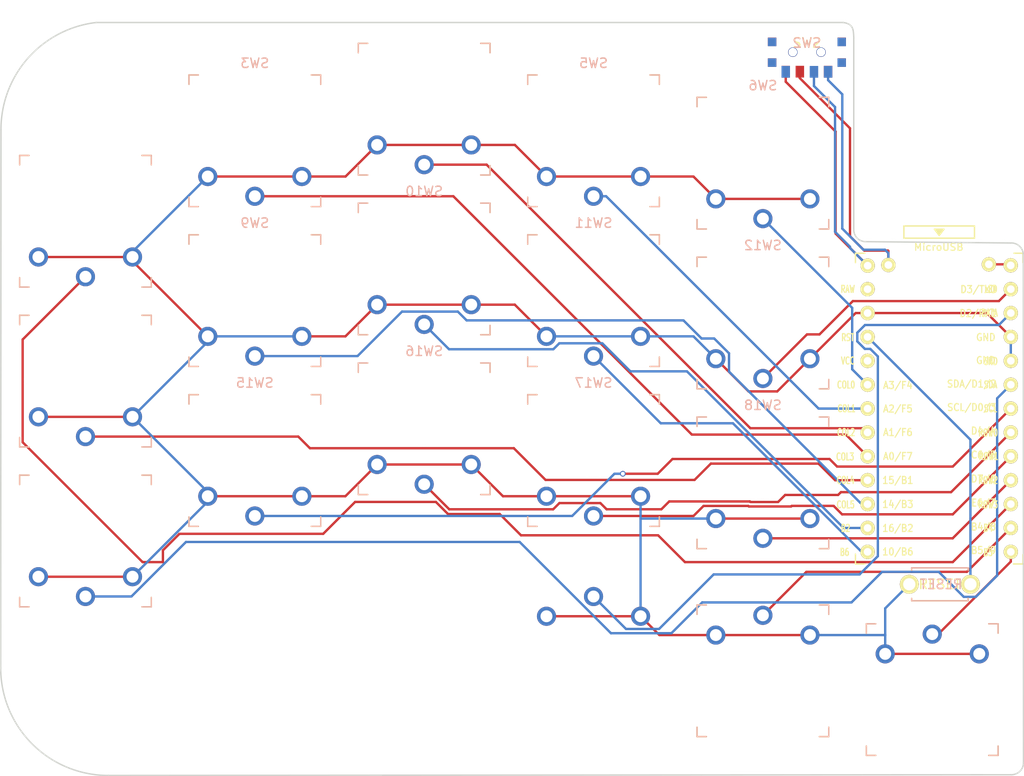
<source format=kicad_pcb>
(kicad_pcb (version 20171130) (host pcbnew 5.1.6)

  (general
    (thickness 1.6)
    (drawings 12)
    (tracks 225)
    (zones 0)
    (modules 22)
    (nets 23)
  )

  (page A4)
  (title_block
    (title "Besom BLE")
    (date 2020-09-03)
    (rev 1.0)
    (company broomlabs)
  )

  (layers
    (0 F.Cu signal)
    (31 B.Cu signal)
    (32 B.Adhes user)
    (33 F.Adhes user)
    (34 B.Paste user hide)
    (35 F.Paste user)
    (36 B.SilkS user)
    (37 F.SilkS user)
    (38 B.Mask user)
    (39 F.Mask user)
    (40 Dwgs.User user)
    (41 Cmts.User user)
    (42 Eco1.User user)
    (43 Eco2.User user)
    (44 Edge.Cuts user)
    (45 Margin user)
    (46 B.CrtYd user)
    (47 F.CrtYd user)
    (48 B.Fab user hide)
    (49 F.Fab user)
  )

  (setup
    (last_trace_width 0.25)
    (user_trace_width 0.5)
    (trace_clearance 0.2)
    (zone_clearance 0.508)
    (zone_45_only no)
    (trace_min 0.2)
    (via_size 0.6)
    (via_drill 0.4)
    (via_min_size 0.4)
    (via_min_drill 0.3)
    (uvia_size 0.3)
    (uvia_drill 0.1)
    (uvias_allowed no)
    (uvia_min_size 0.2)
    (uvia_min_drill 0.1)
    (edge_width 0.15)
    (segment_width 0.15)
    (pcb_text_width 0.3)
    (pcb_text_size 1.5 1.5)
    (mod_edge_width 0.15)
    (mod_text_size 1 1)
    (mod_text_width 0.15)
    (pad_size 1.524 1.524)
    (pad_drill 0.8128)
    (pad_to_mask_clearance 0.2)
    (aux_axis_origin 145.73 12.66)
    (visible_elements FFFFEFFF)
    (pcbplotparams
      (layerselection 0x010cc_ffffffff)
      (usegerberextensions true)
      (usegerberattributes false)
      (usegerberadvancedattributes false)
      (creategerberjobfile false)
      (excludeedgelayer true)
      (linewidth 0.150000)
      (plotframeref false)
      (viasonmask false)
      (mode 1)
      (useauxorigin false)
      (hpglpennumber 1)
      (hpglpenspeed 20)
      (hpglpendiameter 15.000000)
      (psnegative false)
      (psa4output false)
      (plotreference true)
      (plotvalue true)
      (plotinvisibletext false)
      (padsonsilk false)
      (subtractmaskfromsilk false)
      (outputformat 1)
      (mirror false)
      (drillshape 0)
      (scaleselection 1)
      (outputdirectory "gerber/"))
  )

  (net 0 "")
  (net 1 row0)
  (net 2 row1)
  (net 3 row2)
  (net 4 row3)
  (net 5 "Net-(D20-Pad2)")
  (net 6 GND)
  (net 7 VCC)
  (net 8 col1)
  (net 9 col2)
  (net 10 col3)
  (net 11 col4)
  (net 12 col5)
  (net 13 LED)
  (net 14 data)
  (net 15 reset)
  (net 16 SCL)
  (net 17 SDA)
  (net 18 "Net-(U1-Pad14)")
  (net 19 "Net-(U1-Pad13)")
  (net 20 "Net-(U1-Pad12)")
  (net 21 "Net-(U1-Pad11)")
  (net 22 "Net-(U1-Pad24)")

  (net_class Default "これは標準のネット クラスです。"
    (clearance 0.2)
    (trace_width 0.25)
    (via_dia 0.6)
    (via_drill 0.4)
    (uvia_dia 0.3)
    (uvia_drill 0.1)
    (add_net GND)
    (add_net LED)
    (add_net "Net-(D20-Pad2)")
    (add_net "Net-(U1-Pad11)")
    (add_net "Net-(U1-Pad12)")
    (add_net "Net-(U1-Pad13)")
    (add_net "Net-(U1-Pad14)")
    (add_net "Net-(U1-Pad24)")
    (add_net SCL)
    (add_net SDA)
    (add_net VCC)
    (add_net col1)
    (add_net col2)
    (add_net col3)
    (add_net col4)
    (add_net col5)
    (add_net data)
    (add_net reset)
    (add_net row0)
    (add_net row1)
    (add_net row2)
    (add_net row3)
  )

  (module Kailh:SPDT_C128955r (layer B.Cu) (tedit 5F53DB2F) (tstamp 5F552B0B)
    (at 120.68 19.13 180)
    (fp_text reference SW2 (at 0 1) (layer B.SilkS)
      (effects (font (size 1 1) (thickness 0.15)) (justify mirror))
    )
    (fp_text value SW_SPDT (at -0.05 4.7) (layer B.Fab)
      (effects (font (size 1 1) (thickness 0.15)) (justify mirror))
    )
    (fp_line (start 0 1.35) (end 3.3 1.35) (layer B.Fab) (width 0.15))
    (fp_line (start 3.3 -1.5) (end 3.3 1.35) (layer B.Fab) (width 0.15))
    (fp_line (start -3.3 -1.5) (end 3.3 -1.5) (layer B.Fab) (width 0.15))
    (fp_line (start -3.3 1.35) (end -3.3 -1.5) (layer B.Fab) (width 0.15))
    (fp_line (start 0 1.35) (end -3.3 1.35) (layer B.Fab) (width 0.15))
    (fp_line (start -1.95 3.85) (end 0 3.85) (layer B.Fab) (width 0.15))
    (fp_line (start -1.95 1.35) (end -1.95 3.85) (layer B.Fab) (width 0.15))
    (fp_line (start 1.95 1.35) (end -1.95 1.35) (layer B.Fab) (width 0.15))
    (fp_line (start 1.9 3.85) (end 1.95 1.35) (layer B.Fab) (width 0.15))
    (fp_line (start 0 3.85) (end 1.9 3.85) (layer B.Fab) (width 0.15))
    (pad 2 smd rect (at -0.75 -2.075 180) (size 0.9 1.25) (layers B.Cu B.Paste B.Mask))
    (pad 3 smd rect (at -2.25 -2.075 180) (size 0.9 1.25) (layers B.Cu B.Paste B.Mask))
    (pad 1 smd rect (at 2.25 -2.075 180) (size 0.9 1.25) (layers B.Cu B.Paste B.Mask))
    (pad 0 smd rect (at 3.7 1.1 180) (size 0.9 0.9) (layers B.Cu B.Paste B.Mask))
    (pad 0 smd rect (at 3.7 -1.1 180) (size 0.9 0.9) (layers B.Cu B.Paste B.Mask))
    (pad 0 smd rect (at -3.7 -1.1 180) (size 0.9 0.9) (layers B.Cu B.Paste B.Mask))
    (pad 0 smd rect (at -3.7 1.1 180) (size 0.9 0.9) (layers B.Cu B.Paste B.Mask))
  )

  (module kbd:ProMicro_v3_nn (layer F.Cu) (tedit 5F54DC5F) (tstamp 5C238F3C)
    (at 134.74 58.8)
    (path /5A5E14C2)
    (fp_text reference U1 (at -0.1 -0.05 270) (layer F.SilkS) hide
      (effects (font (size 1 1) (thickness 0.15)))
    )
    (fp_text value ProMicro (at -0.45 -17) (layer F.Fab) hide
      (effects (font (size 1 1) (thickness 0.15)))
    )
    (fp_text user ROW1 (at 5.25 3.302) (layer F.SilkS)
      (effects (font (size 0.75 0.5) (thickness 0.125)))
    )
    (fp_text user COL4 (at -9.95 5.85) (layer F.SilkS)
      (effects (font (size 0.75 0.5) (thickness 0.125)))
    )
    (fp_text user ROW2 (at 5.2 5.85) (layer F.SilkS)
      (effects (font (size 0.75 0.5) (thickness 0.125)))
    )
    (fp_text user COL5 (at -9.95 8.4455) (layer F.SilkS)
      (effects (font (size 0.75 0.5) (thickness 0.125)))
    )
    (fp_text user ROW3 (at 5.2 8.4455) (layer F.SilkS)
      (effects (font (size 0.75 0.5) (thickness 0.125)))
    )
    (fp_text user B2 (at -9.95 10.95) (layer F.SilkS)
      (effects (font (size 0.75 0.5) (thickness 0.125)))
    )
    (fp_text user B4 (at 5.2 10.922) (layer F.SilkS)
      (effects (font (size 0.75 0.5) (thickness 0.125)))
    )
    (fp_text user B5 (at 5.2 13.5255) (layer F.SilkS)
      (effects (font (size 0.75 0.5) (thickness 0.125)))
    )
    (fp_text user B6 (at -10.05 13.5) (layer F.SilkS)
      (effects (font (size 0.75 0.5) (thickness 0.125)))
    )
    (fp_text user COL0 (at -9.9 -4.3) (layer F.SilkS)
      (effects (font (size 0.75 0.5) (thickness 0.125)))
    )
    (fp_text user SDA (at 5.461 -4.318) (layer F.SilkS)
      (effects (font (size 0.75 0.5) (thickness 0.125)))
    )
    (fp_text user COL1 (at -9.85 -1.778) (layer F.SilkS)
      (effects (font (size 0.75 0.5) (thickness 0.125)))
    )
    (fp_text user SCL (at 5.461 -1.778) (layer F.SilkS)
      (effects (font (size 0.75 0.5) (thickness 0.125)))
    )
    (fp_text user COL2 (at -9.9 0.762) (layer F.SilkS)
      (effects (font (size 0.75 0.5) (thickness 0.125)))
    )
    (fp_text user ROW0 (at 5.2 0.8) (layer F.SilkS)
      (effects (font (size 0.75 0.5) (thickness 0.125)))
    )
    (fp_text user COL3 (at -10 3.35) (layer F.SilkS)
      (effects (font (size 0.75 0.5) (thickness 0.125)))
    )
    (fp_text user DATA (at 5.35 -11.95) (layer F.SilkS)
      (effects (font (size 0.75 0.5) (thickness 0.125)))
    )
    (fp_text user LED (at 5.5 -14.478) (layer F.SilkS)
      (effects (font (size 0.75 0.5) (thickness 0.125)))
    )
    (fp_text user MicroUSB (at -0.05 -18.95) (layer F.SilkS)
      (effects (font (size 0.75 0.75) (thickness 0.12)))
    )
    (fp_text user B4/8 (at 4.705 10.8 unlocked) (layer F.SilkS)
      (effects (font (size 0.75 0.67) (thickness 0.125)))
    )
    (fp_text user D2/RX1 (at 4.155 -11.9 unlocked) (layer F.SilkS)
      (effects (font (size 0.75 0.67) (thickness 0.125)))
    )
    (fp_text user B5/9 (at 4.705 13.3 unlocked) (layer F.SilkS)
      (effects (font (size 0.75 0.67) (thickness 0.125)))
    )
    (fp_text user C6/5 (at 4.705 3.15 unlocked) (layer F.SilkS)
      (effects (font (size 0.75 0.67) (thickness 0.125)))
    )
    (fp_text user SCL/D0/3 (at 3.455 -1.9 unlocked) (layer F.SilkS)
      (effects (font (size 0.75 0.67) (thickness 0.125)))
    )
    (fp_text user SDA/D1/2 (at 3.455 -4.4 unlocked) (layer F.SilkS)
      (effects (font (size 0.75 0.67) (thickness 0.125)))
    )
    (fp_text user D4/4 (at 4.705 0.6 unlocked) (layer F.SilkS)
      (effects (font (size 0.75 0.67) (thickness 0.125)))
    )
    (fp_text user D3/TX0 (at 4.155 -14.45 unlocked) (layer F.SilkS)
      (effects (font (size 0.75 0.67) (thickness 0.125)))
    )
    (fp_text user GND (at 4.955 -6.9 unlocked) (layer F.SilkS)
      (effects (font (size 0.75 0.67) (thickness 0.125)))
    )
    (fp_text user GND (at 4.955 -9.35 unlocked) (layer F.SilkS)
      (effects (font (size 0.75 0.67) (thickness 0.125)))
    )
    (fp_text user D7/6 (at 4.705 5.7 unlocked) (layer F.SilkS)
      (effects (font (size 0.75 0.67) (thickness 0.125)))
    )
    (fp_text user E6/7 (at 4.705 8.25 unlocked) (layer F.SilkS)
      (effects (font (size 0.75 0.67) (thickness 0.125)))
    )
    (fp_text user 16/B2 (at -4.395 10.95 unlocked) (layer F.SilkS)
      (effects (font (size 0.75 0.67) (thickness 0.125)))
    )
    (fp_text user 10/B6 (at -4.395 13.45 unlocked) (layer F.SilkS)
      (effects (font (size 0.75 0.67) (thickness 0.125)))
    )
    (fp_text user 14/B3 (at -4.395 8.4 unlocked) (layer F.SilkS)
      (effects (font (size 0.75 0.67) (thickness 0.125)))
    )
    (fp_text user 15/B1 (at -4.395 5.85 unlocked) (layer F.SilkS)
      (effects (font (size 0.75 0.67) (thickness 0.125)))
    )
    (fp_text user A0/F7 (at -4.395 3.3 unlocked) (layer F.SilkS)
      (effects (font (size 0.75 0.67) (thickness 0.125)))
    )
    (fp_text user A1/F6 (at -4.395 0.75 unlocked) (layer F.SilkS)
      (effects (font (size 0.75 0.67) (thickness 0.125)))
    )
    (fp_text user A2/F5 (at -4.395 -1.75 unlocked) (layer F.SilkS)
      (effects (font (size 0.75 0.67) (thickness 0.125)))
    )
    (fp_text user A3/F4 (at -4.395 -4.25 unlocked) (layer F.SilkS)
      (effects (font (size 0.75 0.67) (thickness 0.125)))
    )
    (fp_text user VCC (at -9.7155 -6.858 unlocked) (layer F.SilkS)
      (effects (font (size 0.75 0.5) (thickness 0.125)))
    )
    (fp_text user RST (at -9.7155 -9.3345 unlocked) (layer F.SilkS)
      (effects (font (size 0.75 0.5) (thickness 0.125)))
    )
    (fp_text user GND (at 5.461 -6.7945 unlocked) (layer F.SilkS)
      (effects (font (size 0.75 0.5) (thickness 0.125)))
    )
    (fp_text user RAW (at -9.7155 -14.478 unlocked) (layer F.SilkS)
      (effects (font (size 0.75 0.5) (thickness 0.125)))
    )
    (fp_text user "" (at -0.545 -17.4) (layer F.SilkS)
      (effects (font (size 1 1) (thickness 0.15)))
    )
    (fp_text user "" (at -1.2065 -16.256) (layer B.SilkS)
      (effects (font (size 1 1) (thickness 0.15)) (justify mirror))
    )
    (fp_line (start -0.15 -20.4) (end 0.15 -20.4) (layer F.SilkS) (width 0.15))
    (fp_line (start -0.25 -20.55) (end 0.25 -20.55) (layer F.SilkS) (width 0.15))
    (fp_line (start -0.35 -20.7) (end 0.35 -20.7) (layer F.SilkS) (width 0.15))
    (fp_line (start 0 -20.2) (end -0.5 -20.85) (layer F.SilkS) (width 0.15))
    (fp_line (start 0.5 -20.85) (end 0 -20.2) (layer F.SilkS) (width 0.15))
    (fp_line (start -0.5 -20.85) (end 0.5 -20.85) (layer F.SilkS) (width 0.15))
    (fp_line (start 3.75 -21.2) (end -3.75 -21.2) (layer F.SilkS) (width 0.15))
    (fp_line (start 3.75 -19.9) (end 3.75 -21.2) (layer F.SilkS) (width 0.15))
    (fp_line (start -3.75 -19.9) (end 3.75 -19.9) (layer F.SilkS) (width 0.15))
    (fp_line (start -3.75 -21.2) (end -3.75 -19.9) (layer F.SilkS) (width 0.15))
    (fp_line (start 3.76 -18.3) (end 8.9 -18.3) (layer F.Fab) (width 0.15))
    (fp_line (start -3.75 -18.3) (end 3.75 -18.3) (layer F.Fab) (width 0.15))
    (fp_line (start -3.75 -19.6) (end -3.75 -18.299039) (layer F.Fab) (width 0.15))
    (fp_line (start 3.75 -19.6) (end 3.75 -18.3) (layer F.Fab) (width 0.15))
    (fp_line (start -3.75 -19.6) (end 3.75 -19.6) (layer F.Fab) (width 0.15))
    (fp_line (start -8.9 -18.3) (end -3.75 -18.3) (layer F.Fab) (width 0.15))
    (fp_line (start 8.9 -18.3) (end 8.9 14.75) (layer F.Fab) (width 0.15))
    (fp_line (start 8.9 14.75) (end -8.9 14.75) (layer F.Fab) (width 0.15))
    (fp_line (start -8.9 14.75) (end -8.9 -18.3) (layer F.Fab) (width 0.15))
    (fp_line (start -8.9 -18.3) (end -8.9 -17.3) (layer F.SilkS) (width 0.15))
    (fp_line (start 8.9 -18.3) (end 8.9 -17.3) (layer F.SilkS) (width 0.15))
    (fp_line (start -8.9 -18.3) (end -7.9 -18.3) (layer F.SilkS) (width 0.15))
    (fp_line (start 8.9 -18.3) (end 7.95 -18.3) (layer F.SilkS) (width 0.15))
    (fp_line (start -8.9 13.7) (end -8.9 14.75) (layer F.SilkS) (width 0.15))
    (fp_line (start 8.9 13.75) (end 8.9 14.75) (layer F.SilkS) (width 0.15))
    (fp_line (start -8.9 14.75) (end -7.9 14.75) (layer F.SilkS) (width 0.15))
    (fp_line (start 8.9 14.75) (end 7.89 14.75) (layer F.SilkS) (width 0.15))
    (pad B1 thru_hole circle (at 7.6 -17.01) (size 1.524 1.524) (drill 0.8128) (layers *.Cu *.Mask F.SilkS))
    (pad B thru_hole circle (at -7.6 -16.98) (size 1.524 1.524) (drill 0.8128) (layers *.Cu *.Mask F.SilkS))
    (pad 1 thru_hole circle (at 7.6114 -14.478) (size 1.524 1.524) (drill 0.8128) (layers *.Cu *.Mask F.SilkS)
      (net 13 LED))
    (pad 2 thru_hole circle (at 7.6114 -11.938) (size 1.524 1.524) (drill 0.8128) (layers *.Cu *.Mask F.SilkS)
      (net 14 data))
    (pad 3 thru_hole circle (at 7.6114 -9.398) (size 1.524 1.524) (drill 0.8128) (layers *.Cu *.Mask F.SilkS)
      (net 6 GND))
    (pad 4 thru_hole circle (at 7.6114 -6.858) (size 1.524 1.524) (drill 0.8128) (layers *.Cu *.Mask F.SilkS)
      (net 6 GND))
    (pad 5 thru_hole circle (at 7.6114 -4.318) (size 1.524 1.524) (drill 0.8128) (layers *.Cu *.Mask F.SilkS)
      (net 17 SDA))
    (pad 6 thru_hole circle (at 7.6114 -1.778) (size 1.524 1.524) (drill 0.8128) (layers *.Cu *.Mask F.SilkS)
      (net 16 SCL))
    (pad 7 thru_hole circle (at 7.6114 0.762) (size 1.524 1.524) (drill 0.8128) (layers *.Cu *.Mask F.SilkS)
      (net 1 row0))
    (pad 8 thru_hole circle (at 7.6114 3.302) (size 1.524 1.524) (drill 0.8128) (layers *.Cu *.Mask F.SilkS)
      (net 2 row1))
    (pad 9 thru_hole circle (at 7.6114 5.842) (size 1.524 1.524) (drill 0.8128) (layers *.Cu *.Mask F.SilkS)
      (net 3 row2))
    (pad 10 thru_hole circle (at 7.6114 8.382) (size 1.524 1.524) (drill 0.8128) (layers *.Cu *.Mask F.SilkS)
      (net 4 row3))
    (pad 11 thru_hole circle (at 7.6114 10.922) (size 1.524 1.524) (drill 0.8128) (layers *.Cu *.Mask F.SilkS)
      (net 21 "Net-(U1-Pad11)"))
    (pad 12 thru_hole circle (at 7.6114 13.462) (size 1.524 1.524) (drill 0.8128) (layers *.Cu *.Mask F.SilkS)
      (net 20 "Net-(U1-Pad12)"))
    (pad 13 thru_hole circle (at -7.6086 13.462) (size 1.524 1.524) (drill 0.8128) (layers *.Cu *.Mask F.SilkS)
      (net 19 "Net-(U1-Pad13)"))
    (pad 14 thru_hole circle (at -7.6086 10.922) (size 1.524 1.524) (drill 0.8128) (layers *.Cu *.Mask F.SilkS)
      (net 18 "Net-(U1-Pad14)"))
    (pad 15 thru_hole circle (at -7.6086 8.382) (size 1.524 1.524) (drill 0.8128) (layers *.Cu *.Mask F.SilkS)
      (net 12 col5))
    (pad 16 thru_hole circle (at -7.6086 5.842) (size 1.524 1.524) (drill 0.8128) (layers *.Cu *.Mask F.SilkS)
      (net 11 col4))
    (pad 17 thru_hole circle (at -7.6086 3.302) (size 1.524 1.524) (drill 0.8128) (layers *.Cu *.Mask F.SilkS)
      (net 10 col3))
    (pad 18 thru_hole circle (at -7.6086 0.762) (size 1.524 1.524) (drill 0.8128) (layers *.Cu *.Mask F.SilkS)
      (net 9 col2))
    (pad 19 thru_hole circle (at -7.6086 -1.778) (size 1.524 1.524) (drill 0.8128) (layers *.Cu *.Mask F.SilkS)
      (net 8 col1))
    (pad 20 thru_hole circle (at -7.6086 -4.318) (size 1.524 1.524) (drill 0.8128) (layers *.Cu *.Mask F.SilkS)
      (net 5 "Net-(D20-Pad2)"))
    (pad 21 thru_hole circle (at -7.6086 -6.858) (size 1.524 1.524) (drill 0.8128) (layers *.Cu *.Mask F.SilkS)
      (net 7 VCC))
    (pad 22 thru_hole circle (at -7.6086 -9.398) (size 1.524 1.524) (drill 0.8128) (layers *.Cu *.Mask F.SilkS)
      (net 15 reset))
    (pad 23 thru_hole circle (at -7.6086 -11.938) (size 1.524 1.524) (drill 0.8128) (layers *.Cu *.Mask F.SilkS)
      (net 6 GND))
    (pad 24 thru_hole circle (at -7.6086 -14.478) (size 1.524 1.524) (drill 0.8128) (layers *.Cu *.Mask F.SilkS)
      (net 22 "Net-(U1-Pad24)"))
    (pad Bb thru_hole circle (at -5.4 -17.05) (size 1.524 1.524) (drill 0.8128) (layers *.Cu *.Mask F.SilkS))
    (pad B1b thru_hole circle (at 5.28 -17.12) (size 1.524 1.524) (drill 0.8128) (layers *.Cu *.Mask F.SilkS))
  )

  (module Kailh:SPDT_C128955 (layer F.Cu) (tedit 5AC041DC) (tstamp 5F551A0D)
    (at 120.68 19.115)
    (fp_text reference SW2 (at 0 -1) (layer F.SilkS)
      (effects (font (size 1 1) (thickness 0.15)))
    )
    (fp_text value SW_SPDT (at -0.05 -4.7) (layer F.Fab)
      (effects (font (size 1 1) (thickness 0.15)))
    )
    (fp_line (start 0 -1.35) (end 3.3 -1.35) (layer F.Fab) (width 0.15))
    (fp_line (start 3.3 1.5) (end 3.3 -1.35) (layer F.Fab) (width 0.15))
    (fp_line (start -3.3 1.5) (end 3.3 1.5) (layer F.Fab) (width 0.15))
    (fp_line (start -3.3 -1.35) (end -3.3 1.5) (layer F.Fab) (width 0.15))
    (fp_line (start 0 -1.35) (end -3.3 -1.35) (layer F.Fab) (width 0.15))
    (fp_line (start -1.95 -3.85) (end 0 -3.85) (layer F.Fab) (width 0.15))
    (fp_line (start -1.95 -1.35) (end -1.95 -3.85) (layer F.Fab) (width 0.15))
    (fp_line (start 1.95 -1.35) (end -1.95 -1.35) (layer F.Fab) (width 0.15))
    (fp_line (start 1.9 -3.85) (end 1.95 -1.35) (layer F.Fab) (width 0.15))
    (fp_line (start 0 -3.85) (end 1.9 -3.85) (layer F.Fab) (width 0.15))
    (pad 0 smd rect (at -3.7 -1.1) (size 0.9 0.9) (layers F.Cu F.Paste F.Mask))
    (pad 0 smd rect (at -3.7 1.1) (size 0.9 0.9) (layers F.Cu F.Paste F.Mask))
    (pad 0 smd rect (at 3.7 1.1) (size 0.9 0.9) (layers F.Cu F.Paste F.Mask))
    (pad 0 smd rect (at 3.7 -1.1) (size 0.9 0.9) (layers F.Cu F.Paste F.Mask))
    (pad 1 smd rect (at 2.25 2.075) (size 0.9 1.25) (layers F.Cu F.Paste F.Mask))
    (pad 3 smd rect (at -2.25 2.075) (size 0.9 1.25) (layers F.Cu F.Paste F.Mask))
    (pad 2 smd rect (at -0.75 2.075) (size 0.9 1.25) (layers F.Cu F.Paste F.Mask))
    (pad "" np_thru_hole circle (at -1.5 0) (size 1 1) (drill 0.9) (layers *.Cu *.Mask))
    (pad "" np_thru_hole circle (at 1.5 0) (size 1 1) (drill 0.9) (layers *.Cu *.Mask))
  )

  (module Kailh:SW_PG1350_reversible_b2 (layer B.Cu) (tedit 5F50AF6A) (tstamp 5F511043)
    (at 98 82.91)
    (descr "Kailh \"Choc\" PG1350 keyswitch, able to be mounted on front or back of PCB")
    (tags kailh,choc)
    (fp_text reference SW22 (at 4.6 -6) (layer Dwgs.User) hide
      (effects (font (size 1 1) (thickness 0.15)))
    )
    (fp_text value SW_PUSH (at -0.5 -5.999999) (layer Dwgs.User) hide
      (effects (font (size 1 1) (thickness 0.15)))
    )
    (fp_line (start -9 -8.5) (end 9 -8.5) (layer Eco1.User) (width 0.12))
    (fp_line (start 9 -8.5) (end 9 8.5) (layer Eco1.User) (width 0.12))
    (fp_line (start -9 8.5) (end 9 8.5) (layer Eco1.User) (width 0.12))
    (fp_line (start -9 -8.5) (end -9 8.5) (layer Eco1.User) (width 0.12))
    (fp_line (start -7.5 -7.5) (end -7.5 7.5) (layer B.Fab) (width 0.15))
    (fp_line (start 7.5 7.5) (end 7.5 -7.5) (layer B.Fab) (width 0.15))
    (fp_line (start 7.5 -7.5) (end -7.5 -7.5) (layer B.Fab) (width 0.15))
    (fp_line (start -7.5 7.5) (end 7.5 7.5) (layer B.Fab) (width 0.15))
    (fp_line (start -7.5 -7.5) (end -7.5 7.5) (layer F.Fab) (width 0.15))
    (fp_line (start 7.5 -7.5) (end -7.5 -7.5) (layer F.Fab) (width 0.15))
    (fp_line (start 7.5 7.5) (end 7.5 -7.5) (layer F.Fab) (width 0.15))
    (fp_line (start -7.5 7.5) (end 7.5 7.5) (layer F.Fab) (width 0.15))
    (fp_line (start -6.9 -6.9) (end -6.9 6.9) (layer Eco2.User) (width 0.15))
    (fp_line (start 6.9 6.9) (end 6.9 -6.9) (layer Eco2.User) (width 0.15))
    (fp_line (start 6.9 6.9) (end -6.9 6.9) (layer Eco2.User) (width 0.15))
    (fp_line (start -6.9 -6.9) (end 6.9 -6.9) (layer Eco2.User) (width 0.15))
    (fp_line (start -2.6 3.1) (end -2.6 6.3) (layer Eco2.User) (width 0.15))
    (fp_line (start 2.6 6.3) (end -2.6 6.3) (layer Eco2.User) (width 0.15))
    (fp_line (start 2.6 3.1) (end 2.6 6.3) (layer Eco2.User) (width 0.15))
    (fp_line (start -2.6 3.1) (end 2.6 3.1) (layer Eco2.User) (width 0.15))
    (fp_text user %R (at 0 0 -180) (layer B.Fab)
      (effects (font (size 1 1) (thickness 0.15)) (justify mirror))
    )
    (fp_text user %R (at 0 0 -180) (layer B.Fab)
      (effects (font (size 1 1) (thickness 0.15)) (justify mirror))
    )
    (pad "" np_thru_hole circle (at -5.22 4.2) (size 0.9906 0.9906) (drill 0.9906) (layers *.Cu *.Mask))
    (pad 2 thru_hole circle (at 5 -3.8) (size 2.032 2.032) (drill 1.27) (layers *.Cu *.Mask)
      (net 6 GND))
    (pad "" np_thru_hole circle (at 0 0) (size 3.429 3.429) (drill 3.429) (layers *.Cu *.Mask))
    (pad 2 thru_hole circle (at -5 -3.8) (size 2.032 2.032) (drill 1.27) (layers *.Cu *.Mask)
      (net 6 GND))
    (pad 1 thru_hole circle (at 0 -5.9) (size 2.032 2.032) (drill 1.27) (layers *.Cu *.Mask)
      (net 14 data))
    (pad "" np_thru_hole circle (at 5.22 4.2) (size 0.9906 0.9906) (drill 0.9906) (layers *.Cu *.Mask))
    (pad "" np_thru_hole circle (at 5.5 0) (size 1.7018 1.7018) (drill 1.7018) (layers *.Cu *.Mask))
    (pad "" np_thru_hole circle (at -5.5 0) (size 1.7018 1.7018) (drill 1.7018) (layers *.Cu *.Mask))
  )

  (module chocs:SW_PG1350_reversible_b2 (layer B.Cu) (tedit 5EF324D0) (tstamp 5EBA60B1)
    (at 116 84.91)
    (descr "Kailh \"Choc\" PG1350 keyswitch, able to be mounted on front or back of PCB")
    (tags kailh,choc)
    (path /5A5E37A4)
    (fp_text reference SW20 (at 4.600001 -6) (layer Dwgs.User) hide
      (effects (font (size 1 1) (thickness 0.15)))
    )
    (fp_text value SW_PUSH (at -0.5 -6) (layer Dwgs.User) hide
      (effects (font (size 1 1) (thickness 0.15)))
    )
    (fp_line (start 6 7) (end 7 7) (layer B.SilkS) (width 0.15))
    (fp_line (start 7 7) (end 7 6) (layer B.SilkS) (width 0.15))
    (fp_line (start 7 -6) (end 7 -7) (layer B.SilkS) (width 0.15))
    (fp_line (start 7 -7) (end 6 -7) (layer B.SilkS) (width 0.15))
    (fp_line (start -6 -7) (end -7 -7) (layer B.SilkS) (width 0.15))
    (fp_line (start -7 -7) (end -7 -6) (layer B.SilkS) (width 0.15))
    (fp_line (start -7 6) (end -7 7) (layer B.SilkS) (width 0.15))
    (fp_line (start -7 7) (end -6 7) (layer B.SilkS) (width 0.15))
    (fp_line (start -2.6 3.1) (end 2.6 3.1) (layer Eco2.User) (width 0.15))
    (fp_line (start 2.6 3.1) (end 2.6 6.3) (layer Eco2.User) (width 0.15))
    (fp_line (start 2.6 6.3) (end -2.6 6.3) (layer Eco2.User) (width 0.15))
    (fp_line (start -2.6 3.1) (end -2.6 6.3) (layer Eco2.User) (width 0.15))
    (fp_line (start -7 6) (end -7 7) (layer F.SilkS) (width 0.15))
    (fp_line (start -7 7) (end -6 7) (layer F.SilkS) (width 0.15))
    (fp_line (start -6 -7) (end -7 -7) (layer F.SilkS) (width 0.15))
    (fp_line (start -7 -7) (end -7 -6) (layer F.SilkS) (width 0.15))
    (fp_line (start 7 -6) (end 7 -7) (layer F.SilkS) (width 0.15))
    (fp_line (start 7 -7) (end 6 -7) (layer F.SilkS) (width 0.15))
    (fp_line (start 6 7) (end 7 7) (layer F.SilkS) (width 0.15))
    (fp_line (start 7 7) (end 7 6) (layer F.SilkS) (width 0.15))
    (fp_line (start -6.9 -6.9) (end 6.9 -6.9) (layer Eco2.User) (width 0.15))
    (fp_line (start 6.9 6.9) (end -6.9 6.9) (layer Eco2.User) (width 0.15))
    (fp_line (start 6.9 6.9) (end 6.9 -6.9) (layer Eco2.User) (width 0.15))
    (fp_line (start -6.9 -6.9) (end -6.9 6.9) (layer Eco2.User) (width 0.15))
    (fp_line (start -7.5 7.5) (end 7.5 7.5) (layer F.Fab) (width 0.15))
    (fp_line (start 7.5 7.5) (end 7.5 -7.5) (layer F.Fab) (width 0.15))
    (fp_line (start 7.5 -7.5) (end -7.5 -7.5) (layer F.Fab) (width 0.15))
    (fp_line (start -7.5 -7.5) (end -7.5 7.5) (layer F.Fab) (width 0.15))
    (fp_line (start -7.5 7.5) (end 7.5 7.5) (layer B.Fab) (width 0.15))
    (fp_line (start 7.5 -7.5) (end -7.5 -7.5) (layer B.Fab) (width 0.15))
    (fp_line (start 7.5 7.5) (end 7.5 -7.5) (layer B.Fab) (width 0.15))
    (fp_line (start -7.5 -7.5) (end -7.5 7.5) (layer B.Fab) (width 0.15))
    (fp_line (start -9 -8.5) (end -9 8.5) (layer Eco1.User) (width 0.12))
    (fp_line (start -9 8.5) (end 9 8.5) (layer Eco1.User) (width 0.12))
    (fp_line (start 9 -8.5) (end 9 8.5) (layer Eco1.User) (width 0.12))
    (fp_line (start -9 -8.5) (end 9 -8.5) (layer Eco1.User) (width 0.12))
    (fp_text user %R (at 0 0) (layer B.Fab)
      (effects (font (size 1 1) (thickness 0.15)) (justify mirror))
    )
    (fp_text user %V (at 0 -8.255) (layer F.Fab)
      (effects (font (size 1 1) (thickness 0.15)))
    )
    (fp_text user %R (at 0 0) (layer B.Fab)
      (effects (font (size 1 1) (thickness 0.15)) (justify mirror))
    )
    (fp_text user %R (at 0 0) (layer B.Fab)
      (effects (font (size 1 1) (thickness 0.15)) (justify mirror))
    )
    (pad "" np_thru_hole circle (at -5.22 4.2) (size 0.9906 0.9906) (drill 0.9906) (layers *.Cu *.Mask))
    (pad 2 thru_hole circle (at 5 -3.8) (size 2.032 2.032) (drill 1.27) (layers *.Cu *.Mask)
      (net 6 GND))
    (pad "" np_thru_hole circle (at 0 0) (size 3.429 3.429) (drill 3.429) (layers *.Cu *.Mask))
    (pad 2 thru_hole circle (at -5 -3.8) (size 2.032 2.032) (drill 1.27) (layers *.Cu *.Mask)
      (net 6 GND))
    (pad 1 thru_hole circle (at 0 -5.9) (size 2.032 2.032) (drill 1.27) (layers *.Cu *.Mask)
      (net 21 "Net-(U1-Pad11)"))
    (pad "" np_thru_hole circle (at 5.22 4.2) (size 0.9906 0.9906) (drill 0.9906) (layers *.Cu *.Mask))
    (pad "" np_thru_hole circle (at 5.5 0) (size 1.7018 1.7018) (drill 1.7018) (layers *.Cu *.Mask))
    (pad "" np_thru_hole circle (at -5.5 0) (size 1.7018 1.7018) (drill 1.7018) (layers *.Cu *.Mask))
  )

  (module chocs:SW_PG1350_reversible_b2 (layer F.Cu) (tedit 5EF324D0) (tstamp 5C23880A)
    (at 116 64.92)
    (descr "Kailh \"Choc\" PG1350 keyswitch, able to be mounted on front or back of PCB")
    (tags kailh,choc)
    (path /5A5E35D5)
    (fp_text reference SW18 (at 4.6 6 180) (layer Dwgs.User) hide
      (effects (font (size 1 1) (thickness 0.15)))
    )
    (fp_text value SW_PUSH (at -0.5 6 180) (layer Dwgs.User) hide
      (effects (font (size 1 1) (thickness 0.15)))
    )
    (fp_line (start 6 -7) (end 7 -7) (layer F.SilkS) (width 0.15))
    (fp_line (start 7 -7) (end 7 -6) (layer F.SilkS) (width 0.15))
    (fp_line (start 7 6) (end 7 7) (layer F.SilkS) (width 0.15))
    (fp_line (start 7 7) (end 6 7) (layer F.SilkS) (width 0.15))
    (fp_line (start -6 7) (end -7 7) (layer F.SilkS) (width 0.15))
    (fp_line (start -7 7) (end -7 6) (layer F.SilkS) (width 0.15))
    (fp_line (start -7 -6) (end -7 -7) (layer F.SilkS) (width 0.15))
    (fp_line (start -7 -7) (end -6 -7) (layer F.SilkS) (width 0.15))
    (fp_line (start -2.6 -3.1) (end 2.6 -3.1) (layer Eco2.User) (width 0.15))
    (fp_line (start 2.6 -3.1) (end 2.6 -6.3) (layer Eco2.User) (width 0.15))
    (fp_line (start 2.6 -6.3) (end -2.6 -6.3) (layer Eco2.User) (width 0.15))
    (fp_line (start -2.6 -3.1) (end -2.6 -6.3) (layer Eco2.User) (width 0.15))
    (fp_line (start -7 -6) (end -7 -7) (layer B.SilkS) (width 0.15))
    (fp_line (start -7 -7) (end -6 -7) (layer B.SilkS) (width 0.15))
    (fp_line (start -6 7) (end -7 7) (layer B.SilkS) (width 0.15))
    (fp_line (start -7 7) (end -7 6) (layer B.SilkS) (width 0.15))
    (fp_line (start 7 6) (end 7 7) (layer B.SilkS) (width 0.15))
    (fp_line (start 7 7) (end 6 7) (layer B.SilkS) (width 0.15))
    (fp_line (start 6 -7) (end 7 -7) (layer B.SilkS) (width 0.15))
    (fp_line (start 7 -7) (end 7 -6) (layer B.SilkS) (width 0.15))
    (fp_line (start -6.9 6.9) (end 6.9 6.9) (layer Eco2.User) (width 0.15))
    (fp_line (start 6.9 -6.9) (end -6.9 -6.9) (layer Eco2.User) (width 0.15))
    (fp_line (start 6.9 -6.9) (end 6.9 6.9) (layer Eco2.User) (width 0.15))
    (fp_line (start -6.9 6.9) (end -6.9 -6.9) (layer Eco2.User) (width 0.15))
    (fp_line (start -7.5 -7.5) (end 7.5 -7.5) (layer B.Fab) (width 0.15))
    (fp_line (start 7.5 -7.5) (end 7.5 7.5) (layer B.Fab) (width 0.15))
    (fp_line (start 7.5 7.5) (end -7.5 7.5) (layer B.Fab) (width 0.15))
    (fp_line (start -7.5 7.5) (end -7.5 -7.5) (layer B.Fab) (width 0.15))
    (fp_line (start -7.5 -7.5) (end 7.5 -7.5) (layer F.Fab) (width 0.15))
    (fp_line (start 7.5 7.5) (end -7.5 7.5) (layer F.Fab) (width 0.15))
    (fp_line (start 7.5 -7.5) (end 7.5 7.5) (layer F.Fab) (width 0.15))
    (fp_line (start -7.5 7.5) (end -7.5 -7.5) (layer F.Fab) (width 0.15))
    (fp_line (start -9 8.5) (end -9 -8.5) (layer Eco1.User) (width 0.12))
    (fp_line (start -9 -8.5) (end 9 -8.5) (layer Eco1.User) (width 0.12))
    (fp_line (start 9 8.5) (end 9 -8.5) (layer Eco1.User) (width 0.12))
    (fp_line (start -9 8.5) (end 9 8.5) (layer Eco1.User) (width 0.12))
    (fp_text user %R (at 0 -8.255) (layer B.SilkS)
      (effects (font (size 1 1) (thickness 0.15)) (justify mirror))
    )
    (fp_text user %V (at 0 8.255) (layer B.Fab)
      (effects (font (size 1 1) (thickness 0.15)) (justify mirror))
    )
    (fp_text user %R (at 0 0) (layer F.Fab)
      (effects (font (size 1 1) (thickness 0.15)))
    )
    (fp_text user %R (at 0 0) (layer F.Fab)
      (effects (font (size 1 1) (thickness 0.15)))
    )
    (pad "" np_thru_hole circle (at -5.22 -4.2) (size 0.9906 0.9906) (drill 0.9906) (layers *.Cu *.Mask))
    (pad 2 thru_hole circle (at 5 3.8) (size 2.032 2.032) (drill 1.27) (layers *.Cu *.Mask)
      (net 6 GND))
    (pad "" np_thru_hole circle (at 0 0) (size 3.429 3.429) (drill 3.429) (layers *.Cu *.Mask))
    (pad 2 thru_hole circle (at -5 3.8) (size 2.032 2.032) (drill 1.27) (layers *.Cu *.Mask)
      (net 6 GND))
    (pad 1 thru_hole circle (at 0 5.9) (size 2.032 2.032) (drill 1.27) (layers *.Cu *.Mask)
      (net 3 row2))
    (pad "" np_thru_hole circle (at 5.22 -4.2) (size 0.9906 0.9906) (drill 0.9906) (layers *.Cu *.Mask))
    (pad "" np_thru_hole circle (at 5.5 0) (size 1.7018 1.7018) (drill 1.7018) (layers *.Cu *.Mask))
    (pad "" np_thru_hole circle (at -5.5 0) (size 1.7018 1.7018) (drill 1.7018) (layers *.Cu *.Mask))
  )

  (module chocs:SW_PG1350_reversible_b2 (layer B.Cu) (tedit 5EF324D0) (tstamp 5EBA613E)
    (at 134 86.91)
    (descr "Kailh \"Choc\" PG1350 keyswitch, able to be mounted on front or back of PCB")
    (tags kailh,choc)
    (path /5A5E37B0)
    (fp_text reference SW21 (at 4.6 -6 180) (layer Dwgs.User) hide
      (effects (font (size 1 1) (thickness 0.15)))
    )
    (fp_text value SW_PUSH (at -0.5 -6 180) (layer Dwgs.User) hide
      (effects (font (size 1 1) (thickness 0.15)))
    )
    (fp_line (start 6 7) (end 7 7) (layer B.SilkS) (width 0.15))
    (fp_line (start 7 7) (end 7 6) (layer B.SilkS) (width 0.15))
    (fp_line (start 7 -6) (end 7 -7) (layer B.SilkS) (width 0.15))
    (fp_line (start 7 -7) (end 6 -7) (layer B.SilkS) (width 0.15))
    (fp_line (start -6 -7) (end -7 -7) (layer B.SilkS) (width 0.15))
    (fp_line (start -7 -7) (end -7 -6) (layer B.SilkS) (width 0.15))
    (fp_line (start -7 6) (end -7 7) (layer B.SilkS) (width 0.15))
    (fp_line (start -7 7) (end -6 7) (layer B.SilkS) (width 0.15))
    (fp_line (start -2.6 3.1) (end 2.6 3.1) (layer Eco2.User) (width 0.15))
    (fp_line (start 2.6 3.1) (end 2.6 6.3) (layer Eco2.User) (width 0.15))
    (fp_line (start 2.6 6.3) (end -2.6 6.3) (layer Eco2.User) (width 0.15))
    (fp_line (start -2.6 3.1) (end -2.6 6.3) (layer Eco2.User) (width 0.15))
    (fp_line (start -7 6) (end -7 7) (layer F.SilkS) (width 0.15))
    (fp_line (start -7 7) (end -6 7) (layer F.SilkS) (width 0.15))
    (fp_line (start -6 -7) (end -7 -7) (layer F.SilkS) (width 0.15))
    (fp_line (start -7 -7) (end -7 -6) (layer F.SilkS) (width 0.15))
    (fp_line (start 7 -6) (end 7 -7) (layer F.SilkS) (width 0.15))
    (fp_line (start 7 -7) (end 6 -7) (layer F.SilkS) (width 0.15))
    (fp_line (start 6 7) (end 7 7) (layer F.SilkS) (width 0.15))
    (fp_line (start 7 7) (end 7 6) (layer F.SilkS) (width 0.15))
    (fp_line (start -6.9 -6.9) (end 6.9 -6.9) (layer Eco2.User) (width 0.15))
    (fp_line (start 6.9 6.9) (end -6.9 6.9) (layer Eco2.User) (width 0.15))
    (fp_line (start 6.9 6.9) (end 6.9 -6.9) (layer Eco2.User) (width 0.15))
    (fp_line (start -6.9 -6.9) (end -6.9 6.9) (layer Eco2.User) (width 0.15))
    (fp_line (start -7.5 7.5) (end 7.5 7.5) (layer F.Fab) (width 0.15))
    (fp_line (start 7.5 7.5) (end 7.5 -7.5) (layer F.Fab) (width 0.15))
    (fp_line (start 7.5 -7.5) (end -7.5 -7.5) (layer F.Fab) (width 0.15))
    (fp_line (start -7.5 -7.5) (end -7.5 7.5) (layer F.Fab) (width 0.15))
    (fp_line (start -7.5 7.5) (end 7.5 7.5) (layer B.Fab) (width 0.15))
    (fp_line (start 7.5 -7.5) (end -7.5 -7.5) (layer B.Fab) (width 0.15))
    (fp_line (start 7.5 7.5) (end 7.5 -7.5) (layer B.Fab) (width 0.15))
    (fp_line (start -7.5 -7.5) (end -7.5 7.5) (layer B.Fab) (width 0.15))
    (fp_line (start -9 -8.5) (end -9 8.5) (layer Eco1.User) (width 0.12))
    (fp_line (start -9 8.5) (end 9 8.5) (layer Eco1.User) (width 0.12))
    (fp_line (start 9 -8.5) (end 9 8.5) (layer Eco1.User) (width 0.12))
    (fp_line (start -9 -8.5) (end 9 -8.5) (layer Eco1.User) (width 0.12))
    (fp_text user %V (at 0 -8.255) (layer F.Fab)
      (effects (font (size 1 1) (thickness 0.15)))
    )
    (fp_text user %R (at 0 0) (layer B.Fab)
      (effects (font (size 1 1) (thickness 0.15)) (justify mirror))
    )
    (fp_text user %R (at 0 0) (layer B.Fab)
      (effects (font (size 1 1) (thickness 0.15)) (justify mirror))
    )
    (pad "" np_thru_hole circle (at -5.22 4.2) (size 0.9906 0.9906) (drill 0.9906) (layers *.Cu *.Mask))
    (pad 2 thru_hole circle (at 5 -3.8) (size 2.032 2.032) (drill 1.27) (layers *.Cu *.Mask)
      (net 6 GND))
    (pad "" np_thru_hole circle (at 0 0) (size 3.429 3.429) (drill 3.429) (layers *.Cu *.Mask))
    (pad 2 thru_hole circle (at -5 -3.8) (size 2.032 2.032) (drill 1.27) (layers *.Cu *.Mask)
      (net 6 GND))
    (pad 1 thru_hole circle (at 0 -5.9) (size 2.032 2.032) (drill 1.27) (layers *.Cu *.Mask)
      (net 20 "Net-(U1-Pad12)"))
    (pad "" np_thru_hole circle (at 5.22 4.2) (size 0.9906 0.9906) (drill 0.9906) (layers *.Cu *.Mask))
    (pad "" np_thru_hole circle (at 5.5 0) (size 1.7018 1.7018) (drill 1.7018) (layers *.Cu *.Mask))
    (pad "" np_thru_hole circle (at -5.5 0) (size 1.7018 1.7018) (drill 1.7018) (layers *.Cu *.Mask))
  )

  (module chocs:SW_PG1350_reversible_b2 (layer F.Cu) (tedit 5EF324D0) (tstamp 5C2387F4)
    (at 98 62.545)
    (descr "Kailh \"Choc\" PG1350 keyswitch, able to be mounted on front or back of PCB")
    (tags kailh,choc)
    (path /5A5E35CF)
    (fp_text reference SW17 (at 4.6 6 180) (layer Dwgs.User) hide
      (effects (font (size 1 1) (thickness 0.15)))
    )
    (fp_text value SW_PUSH (at -0.5 6 180) (layer Dwgs.User) hide
      (effects (font (size 1 1) (thickness 0.15)))
    )
    (fp_line (start 6 -7) (end 7 -7) (layer F.SilkS) (width 0.15))
    (fp_line (start 7 -7) (end 7 -6) (layer F.SilkS) (width 0.15))
    (fp_line (start 7 6) (end 7 7) (layer F.SilkS) (width 0.15))
    (fp_line (start 7 7) (end 6 7) (layer F.SilkS) (width 0.15))
    (fp_line (start -6 7) (end -7 7) (layer F.SilkS) (width 0.15))
    (fp_line (start -7 7) (end -7 6) (layer F.SilkS) (width 0.15))
    (fp_line (start -7 -6) (end -7 -7) (layer F.SilkS) (width 0.15))
    (fp_line (start -7 -7) (end -6 -7) (layer F.SilkS) (width 0.15))
    (fp_line (start -2.6 -3.1) (end 2.6 -3.1) (layer Eco2.User) (width 0.15))
    (fp_line (start 2.6 -3.1) (end 2.6 -6.3) (layer Eco2.User) (width 0.15))
    (fp_line (start 2.6 -6.3) (end -2.6 -6.3) (layer Eco2.User) (width 0.15))
    (fp_line (start -2.6 -3.1) (end -2.6 -6.3) (layer Eco2.User) (width 0.15))
    (fp_line (start -7 -6) (end -7 -7) (layer B.SilkS) (width 0.15))
    (fp_line (start -7 -7) (end -6 -7) (layer B.SilkS) (width 0.15))
    (fp_line (start -6 7) (end -7 7) (layer B.SilkS) (width 0.15))
    (fp_line (start -7 7) (end -7 6) (layer B.SilkS) (width 0.15))
    (fp_line (start 7 6) (end 7 7) (layer B.SilkS) (width 0.15))
    (fp_line (start 7 7) (end 6 7) (layer B.SilkS) (width 0.15))
    (fp_line (start 6 -7) (end 7 -7) (layer B.SilkS) (width 0.15))
    (fp_line (start 7 -7) (end 7 -6) (layer B.SilkS) (width 0.15))
    (fp_line (start -6.9 6.9) (end 6.9 6.9) (layer Eco2.User) (width 0.15))
    (fp_line (start 6.9 -6.9) (end -6.9 -6.9) (layer Eco2.User) (width 0.15))
    (fp_line (start 6.9 -6.9) (end 6.9 6.9) (layer Eco2.User) (width 0.15))
    (fp_line (start -6.9 6.9) (end -6.9 -6.9) (layer Eco2.User) (width 0.15))
    (fp_line (start -7.5 -7.5) (end 7.5 -7.5) (layer B.Fab) (width 0.15))
    (fp_line (start 7.5 -7.5) (end 7.5 7.5) (layer B.Fab) (width 0.15))
    (fp_line (start 7.5 7.5) (end -7.5 7.5) (layer B.Fab) (width 0.15))
    (fp_line (start -7.5 7.5) (end -7.5 -7.5) (layer B.Fab) (width 0.15))
    (fp_line (start -7.5 -7.5) (end 7.5 -7.5) (layer F.Fab) (width 0.15))
    (fp_line (start 7.5 7.5) (end -7.5 7.5) (layer F.Fab) (width 0.15))
    (fp_line (start 7.5 -7.5) (end 7.5 7.5) (layer F.Fab) (width 0.15))
    (fp_line (start -7.5 7.5) (end -7.5 -7.5) (layer F.Fab) (width 0.15))
    (fp_line (start -9 8.5) (end -9 -8.5) (layer Eco1.User) (width 0.12))
    (fp_line (start -9 -8.5) (end 9 -8.5) (layer Eco1.User) (width 0.12))
    (fp_line (start 9 8.5) (end 9 -8.5) (layer Eco1.User) (width 0.12))
    (fp_line (start -9 8.5) (end 9 8.5) (layer Eco1.User) (width 0.12))
    (fp_text user %R (at 0 -8.255) (layer B.SilkS)
      (effects (font (size 1 1) (thickness 0.15)) (justify mirror))
    )
    (fp_text user %V (at 0 8.255) (layer B.Fab)
      (effects (font (size 1 1) (thickness 0.15)) (justify mirror))
    )
    (fp_text user %R (at 0 0) (layer F.Fab)
      (effects (font (size 1 1) (thickness 0.15)))
    )
    (fp_text user %R (at 0 0) (layer F.Fab)
      (effects (font (size 1 1) (thickness 0.15)))
    )
    (pad "" np_thru_hole circle (at -5.22 -4.2) (size 0.9906 0.9906) (drill 0.9906) (layers *.Cu *.Mask))
    (pad 2 thru_hole circle (at 5 3.8) (size 2.032 2.032) (drill 1.27) (layers *.Cu *.Mask)
      (net 6 GND))
    (pad "" np_thru_hole circle (at 0 0) (size 3.429 3.429) (drill 3.429) (layers *.Cu *.Mask))
    (pad 2 thru_hole circle (at -5 3.8) (size 2.032 2.032) (drill 1.27) (layers *.Cu *.Mask)
      (net 6 GND))
    (pad 1 thru_hole circle (at 0 5.9) (size 2.032 2.032) (drill 1.27) (layers *.Cu *.Mask)
      (net 2 row1))
    (pad "" np_thru_hole circle (at 5.22 -4.2) (size 0.9906 0.9906) (drill 0.9906) (layers *.Cu *.Mask))
    (pad "" np_thru_hole circle (at 5.5 0) (size 1.7018 1.7018) (drill 1.7018) (layers *.Cu *.Mask))
    (pad "" np_thru_hole circle (at -5.5 0) (size 1.7018 1.7018) (drill 1.7018) (layers *.Cu *.Mask))
  )

  (module chocs:SW_PG1350_reversible_b2 (layer F.Cu) (tedit 5EF324D0) (tstamp 5C2387DE)
    (at 80 59.17)
    (descr "Kailh \"Choc\" PG1350 keyswitch, able to be mounted on front or back of PCB")
    (tags kailh,choc)
    (path /5A5E35C9)
    (fp_text reference SW16 (at 4.6 6 180) (layer Dwgs.User) hide
      (effects (font (size 1 1) (thickness 0.15)))
    )
    (fp_text value SW_PUSH (at -0.5 6 180) (layer Dwgs.User) hide
      (effects (font (size 1 1) (thickness 0.15)))
    )
    (fp_line (start 6 -7) (end 7 -7) (layer F.SilkS) (width 0.15))
    (fp_line (start 7 -7) (end 7 -6) (layer F.SilkS) (width 0.15))
    (fp_line (start 7 6) (end 7 7) (layer F.SilkS) (width 0.15))
    (fp_line (start 7 7) (end 6 7) (layer F.SilkS) (width 0.15))
    (fp_line (start -6 7) (end -7 7) (layer F.SilkS) (width 0.15))
    (fp_line (start -7 7) (end -7 6) (layer F.SilkS) (width 0.15))
    (fp_line (start -7 -6) (end -7 -7) (layer F.SilkS) (width 0.15))
    (fp_line (start -7 -7) (end -6 -7) (layer F.SilkS) (width 0.15))
    (fp_line (start -2.6 -3.1) (end 2.6 -3.1) (layer Eco2.User) (width 0.15))
    (fp_line (start 2.6 -3.1) (end 2.6 -6.3) (layer Eco2.User) (width 0.15))
    (fp_line (start 2.6 -6.3) (end -2.6 -6.3) (layer Eco2.User) (width 0.15))
    (fp_line (start -2.6 -3.1) (end -2.6 -6.3) (layer Eco2.User) (width 0.15))
    (fp_line (start -7 -6) (end -7 -7) (layer B.SilkS) (width 0.15))
    (fp_line (start -7 -7) (end -6 -7) (layer B.SilkS) (width 0.15))
    (fp_line (start -6 7) (end -7 7) (layer B.SilkS) (width 0.15))
    (fp_line (start -7 7) (end -7 6) (layer B.SilkS) (width 0.15))
    (fp_line (start 7 6) (end 7 7) (layer B.SilkS) (width 0.15))
    (fp_line (start 7 7) (end 6 7) (layer B.SilkS) (width 0.15))
    (fp_line (start 6 -7) (end 7 -7) (layer B.SilkS) (width 0.15))
    (fp_line (start 7 -7) (end 7 -6) (layer B.SilkS) (width 0.15))
    (fp_line (start -6.9 6.9) (end 6.9 6.9) (layer Eco2.User) (width 0.15))
    (fp_line (start 6.9 -6.9) (end -6.9 -6.9) (layer Eco2.User) (width 0.15))
    (fp_line (start 6.9 -6.9) (end 6.9 6.9) (layer Eco2.User) (width 0.15))
    (fp_line (start -6.9 6.9) (end -6.9 -6.9) (layer Eco2.User) (width 0.15))
    (fp_line (start -7.5 -7.5) (end 7.5 -7.5) (layer B.Fab) (width 0.15))
    (fp_line (start 7.5 -7.5) (end 7.5 7.5) (layer B.Fab) (width 0.15))
    (fp_line (start 7.5 7.5) (end -7.5 7.5) (layer B.Fab) (width 0.15))
    (fp_line (start -7.5 7.5) (end -7.5 -7.5) (layer B.Fab) (width 0.15))
    (fp_line (start -7.5 -7.5) (end 7.5 -7.5) (layer F.Fab) (width 0.15))
    (fp_line (start 7.5 7.5) (end -7.5 7.5) (layer F.Fab) (width 0.15))
    (fp_line (start 7.5 -7.5) (end 7.5 7.5) (layer F.Fab) (width 0.15))
    (fp_line (start -7.5 7.5) (end -7.5 -7.5) (layer F.Fab) (width 0.15))
    (fp_line (start -9 8.5) (end -9 -8.5) (layer Eco1.User) (width 0.12))
    (fp_line (start -9 -8.5) (end 9 -8.5) (layer Eco1.User) (width 0.12))
    (fp_line (start 9 8.5) (end 9 -8.5) (layer Eco1.User) (width 0.12))
    (fp_line (start -9 8.5) (end 9 8.5) (layer Eco1.User) (width 0.12))
    (fp_text user %R (at 0 -8.255) (layer B.SilkS)
      (effects (font (size 1 1) (thickness 0.15)) (justify mirror))
    )
    (fp_text user %V (at 0 8.255) (layer B.Fab)
      (effects (font (size 1 1) (thickness 0.15)) (justify mirror))
    )
    (fp_text user %R (at 0 0) (layer F.Fab)
      (effects (font (size 1 1) (thickness 0.15)))
    )
    (fp_text user %R (at 0 0) (layer F.Fab)
      (effects (font (size 1 1) (thickness 0.15)))
    )
    (pad "" np_thru_hole circle (at -5.22 -4.2) (size 0.9906 0.9906) (drill 0.9906) (layers *.Cu *.Mask))
    (pad 2 thru_hole circle (at 5 3.8) (size 2.032 2.032) (drill 1.27) (layers *.Cu *.Mask)
      (net 6 GND))
    (pad "" np_thru_hole circle (at 0 0) (size 3.429 3.429) (drill 3.429) (layers *.Cu *.Mask))
    (pad 2 thru_hole circle (at -5 3.8) (size 2.032 2.032) (drill 1.27) (layers *.Cu *.Mask)
      (net 6 GND))
    (pad 1 thru_hole circle (at 0 5.9) (size 2.032 2.032) (drill 1.27) (layers *.Cu *.Mask)
      (net 1 row0))
    (pad "" np_thru_hole circle (at 5.22 -4.2) (size 0.9906 0.9906) (drill 0.9906) (layers *.Cu *.Mask))
    (pad "" np_thru_hole circle (at 5.5 0) (size 1.7018 1.7018) (drill 1.7018) (layers *.Cu *.Mask))
    (pad "" np_thru_hole circle (at -5.5 0) (size 1.7018 1.7018) (drill 1.7018) (layers *.Cu *.Mask))
  )

  (module chocs:SW_PG1350_reversible_b2 (layer F.Cu) (tedit 5EF324D0) (tstamp 5C2387C8)
    (at 62 62.545)
    (descr "Kailh \"Choc\" PG1350 keyswitch, able to be mounted on front or back of PCB")
    (tags kailh,choc)
    (path /5A5E35BD)
    (fp_text reference SW15 (at 4.6 6 180) (layer Dwgs.User) hide
      (effects (font (size 1 1) (thickness 0.15)))
    )
    (fp_text value SW_PUSH (at -0.5 6 180) (layer Dwgs.User) hide
      (effects (font (size 1 1) (thickness 0.15)))
    )
    (fp_line (start 6 -7) (end 7 -7) (layer F.SilkS) (width 0.15))
    (fp_line (start 7 -7) (end 7 -6) (layer F.SilkS) (width 0.15))
    (fp_line (start 7 6) (end 7 7) (layer F.SilkS) (width 0.15))
    (fp_line (start 7 7) (end 6 7) (layer F.SilkS) (width 0.15))
    (fp_line (start -6 7) (end -7 7) (layer F.SilkS) (width 0.15))
    (fp_line (start -7 7) (end -7 6) (layer F.SilkS) (width 0.15))
    (fp_line (start -7 -6) (end -7 -7) (layer F.SilkS) (width 0.15))
    (fp_line (start -7 -7) (end -6 -7) (layer F.SilkS) (width 0.15))
    (fp_line (start -2.6 -3.1) (end 2.6 -3.1) (layer Eco2.User) (width 0.15))
    (fp_line (start 2.6 -3.1) (end 2.6 -6.3) (layer Eco2.User) (width 0.15))
    (fp_line (start 2.6 -6.3) (end -2.6 -6.3) (layer Eco2.User) (width 0.15))
    (fp_line (start -2.6 -3.1) (end -2.6 -6.3) (layer Eco2.User) (width 0.15))
    (fp_line (start -7 -6) (end -7 -7) (layer B.SilkS) (width 0.15))
    (fp_line (start -7 -7) (end -6 -7) (layer B.SilkS) (width 0.15))
    (fp_line (start -6 7) (end -7 7) (layer B.SilkS) (width 0.15))
    (fp_line (start -7 7) (end -7 6) (layer B.SilkS) (width 0.15))
    (fp_line (start 7 6) (end 7 7) (layer B.SilkS) (width 0.15))
    (fp_line (start 7 7) (end 6 7) (layer B.SilkS) (width 0.15))
    (fp_line (start 6 -7) (end 7 -7) (layer B.SilkS) (width 0.15))
    (fp_line (start 7 -7) (end 7 -6) (layer B.SilkS) (width 0.15))
    (fp_line (start -6.9 6.9) (end 6.9 6.9) (layer Eco2.User) (width 0.15))
    (fp_line (start 6.9 -6.9) (end -6.9 -6.9) (layer Eco2.User) (width 0.15))
    (fp_line (start 6.9 -6.9) (end 6.9 6.9) (layer Eco2.User) (width 0.15))
    (fp_line (start -6.9 6.9) (end -6.9 -6.9) (layer Eco2.User) (width 0.15))
    (fp_line (start -7.5 -7.5) (end 7.5 -7.5) (layer B.Fab) (width 0.15))
    (fp_line (start 7.5 -7.5) (end 7.5 7.5) (layer B.Fab) (width 0.15))
    (fp_line (start 7.5 7.5) (end -7.5 7.5) (layer B.Fab) (width 0.15))
    (fp_line (start -7.5 7.5) (end -7.5 -7.5) (layer B.Fab) (width 0.15))
    (fp_line (start -7.5 -7.5) (end 7.5 -7.5) (layer F.Fab) (width 0.15))
    (fp_line (start 7.5 7.5) (end -7.5 7.5) (layer F.Fab) (width 0.15))
    (fp_line (start 7.5 -7.5) (end 7.5 7.5) (layer F.Fab) (width 0.15))
    (fp_line (start -7.5 7.5) (end -7.5 -7.5) (layer F.Fab) (width 0.15))
    (fp_line (start -9 8.5) (end -9 -8.5) (layer Eco1.User) (width 0.12))
    (fp_line (start -9 -8.5) (end 9 -8.5) (layer Eco1.User) (width 0.12))
    (fp_line (start 9 8.5) (end 9 -8.5) (layer Eco1.User) (width 0.12))
    (fp_line (start -9 8.5) (end 9 8.5) (layer Eco1.User) (width 0.12))
    (fp_text user %R (at 0 -8.255) (layer B.SilkS)
      (effects (font (size 1 1) (thickness 0.15)) (justify mirror))
    )
    (fp_text user %V (at 0 8.255) (layer B.Fab)
      (effects (font (size 1 1) (thickness 0.15)) (justify mirror))
    )
    (fp_text user %R (at 0 0) (layer F.Fab)
      (effects (font (size 1 1) (thickness 0.15)))
    )
    (fp_text user %R (at 0 0) (layer F.Fab)
      (effects (font (size 1 1) (thickness 0.15)))
    )
    (pad "" np_thru_hole circle (at -5.22 -4.2) (size 0.9906 0.9906) (drill 0.9906) (layers *.Cu *.Mask))
    (pad 2 thru_hole circle (at 5 3.8) (size 2.032 2.032) (drill 1.27) (layers *.Cu *.Mask)
      (net 6 GND))
    (pad "" np_thru_hole circle (at 0 0) (size 3.429 3.429) (drill 3.429) (layers *.Cu *.Mask))
    (pad 2 thru_hole circle (at -5 3.8) (size 2.032 2.032) (drill 1.27) (layers *.Cu *.Mask)
      (net 6 GND))
    (pad 1 thru_hole circle (at 0 5.9) (size 2.032 2.032) (drill 1.27) (layers *.Cu *.Mask)
      (net 16 SCL))
    (pad "" np_thru_hole circle (at 5.22 -4.2) (size 0.9906 0.9906) (drill 0.9906) (layers *.Cu *.Mask))
    (pad "" np_thru_hole circle (at 5.5 0) (size 1.7018 1.7018) (drill 1.7018) (layers *.Cu *.Mask))
    (pad "" np_thru_hole circle (at -5.5 0) (size 1.7018 1.7018) (drill 1.7018) (layers *.Cu *.Mask))
  )

  (module chocs:SW_PG1350_reversible_b2 (layer F.Cu) (tedit 5EF324D0) (tstamp 5C2387B2)
    (at 44 71.105)
    (descr "Kailh \"Choc\" PG1350 keyswitch, able to be mounted on front or back of PCB")
    (tags kailh,choc)
    (path /5A5E35B1)
    (fp_text reference SW14 (at 4.6 6 180) (layer Dwgs.User) hide
      (effects (font (size 1 1) (thickness 0.15)))
    )
    (fp_text value SW_PUSH (at -0.5 6 180) (layer Dwgs.User) hide
      (effects (font (size 1 1) (thickness 0.15)))
    )
    (fp_line (start 6 -7) (end 7 -7) (layer F.SilkS) (width 0.15))
    (fp_line (start 7 -7) (end 7 -6) (layer F.SilkS) (width 0.15))
    (fp_line (start 7 6) (end 7 7) (layer F.SilkS) (width 0.15))
    (fp_line (start 7 7) (end 6 7) (layer F.SilkS) (width 0.15))
    (fp_line (start -6 7) (end -7 7) (layer F.SilkS) (width 0.15))
    (fp_line (start -7 7) (end -7 6) (layer F.SilkS) (width 0.15))
    (fp_line (start -7 -6) (end -7 -7) (layer F.SilkS) (width 0.15))
    (fp_line (start -7 -7) (end -6 -7) (layer F.SilkS) (width 0.15))
    (fp_line (start -2.6 -3.1) (end 2.6 -3.1) (layer Eco2.User) (width 0.15))
    (fp_line (start 2.6 -3.1) (end 2.6 -6.3) (layer Eco2.User) (width 0.15))
    (fp_line (start 2.6 -6.3) (end -2.6 -6.3) (layer Eco2.User) (width 0.15))
    (fp_line (start -2.6 -3.1) (end -2.6 -6.3) (layer Eco2.User) (width 0.15))
    (fp_line (start -7 -6) (end -7 -7) (layer B.SilkS) (width 0.15))
    (fp_line (start -7 -7) (end -6 -7) (layer B.SilkS) (width 0.15))
    (fp_line (start -6 7) (end -7 7) (layer B.SilkS) (width 0.15))
    (fp_line (start -7 7) (end -7 6) (layer B.SilkS) (width 0.15))
    (fp_line (start 7 6) (end 7 7) (layer B.SilkS) (width 0.15))
    (fp_line (start 7 7) (end 6 7) (layer B.SilkS) (width 0.15))
    (fp_line (start 6 -7) (end 7 -7) (layer B.SilkS) (width 0.15))
    (fp_line (start 7 -7) (end 7 -6) (layer B.SilkS) (width 0.15))
    (fp_line (start -6.9 6.9) (end 6.9 6.9) (layer Eco2.User) (width 0.15))
    (fp_line (start 6.9 -6.9) (end -6.9 -6.9) (layer Eco2.User) (width 0.15))
    (fp_line (start 6.9 -6.9) (end 6.9 6.9) (layer Eco2.User) (width 0.15))
    (fp_line (start -6.9 6.9) (end -6.9 -6.9) (layer Eco2.User) (width 0.15))
    (fp_line (start -7.5 -7.5) (end 7.5 -7.5) (layer B.Fab) (width 0.15))
    (fp_line (start 7.5 -7.5) (end 7.5 7.5) (layer B.Fab) (width 0.15))
    (fp_line (start 7.5 7.5) (end -7.5 7.5) (layer B.Fab) (width 0.15))
    (fp_line (start -7.5 7.5) (end -7.5 -7.5) (layer B.Fab) (width 0.15))
    (fp_line (start -7.5 -7.5) (end 7.5 -7.5) (layer F.Fab) (width 0.15))
    (fp_line (start 7.5 7.5) (end -7.5 7.5) (layer F.Fab) (width 0.15))
    (fp_line (start 7.5 -7.5) (end 7.5 7.5) (layer F.Fab) (width 0.15))
    (fp_line (start -7.5 7.5) (end -7.5 -7.5) (layer F.Fab) (width 0.15))
    (fp_line (start -9 8.5) (end -9 -8.5) (layer Eco1.User) (width 0.12))
    (fp_line (start -9 -8.5) (end 9 -8.5) (layer Eco1.User) (width 0.12))
    (fp_line (start 9 8.5) (end 9 -8.5) (layer Eco1.User) (width 0.12))
    (fp_line (start -9 8.5) (end 9 8.5) (layer Eco1.User) (width 0.12))
    (fp_text user %R (at 0 0) (layer F.Fab)
      (effects (font (size 1 1) (thickness 0.15)))
    )
    (fp_text user %V (at 0 8.255) (layer B.Fab)
      (effects (font (size 1 1) (thickness 0.15)) (justify mirror))
    )
    (fp_text user %R (at 0 0) (layer F.Fab)
      (effects (font (size 1 1) (thickness 0.15)))
    )
    (fp_text user %R (at 0 0) (layer F.Fab)
      (effects (font (size 1 1) (thickness 0.15)))
    )
    (pad "" np_thru_hole circle (at -5.22 -4.2) (size 0.9906 0.9906) (drill 0.9906) (layers *.Cu *.Mask))
    (pad 2 thru_hole circle (at 5 3.8) (size 2.032 2.032) (drill 1.27) (layers *.Cu *.Mask)
      (net 6 GND))
    (pad "" np_thru_hole circle (at 0 0) (size 3.429 3.429) (drill 3.429) (layers *.Cu *.Mask))
    (pad 2 thru_hole circle (at -5 3.8) (size 2.032 2.032) (drill 1.27) (layers *.Cu *.Mask)
      (net 6 GND))
    (pad 1 thru_hole circle (at 0 5.9) (size 2.032 2.032) (drill 1.27) (layers *.Cu *.Mask)
      (net 17 SDA))
    (pad "" np_thru_hole circle (at 5.22 -4.2) (size 0.9906 0.9906) (drill 0.9906) (layers *.Cu *.Mask))
    (pad "" np_thru_hole circle (at 5.5 0) (size 1.7018 1.7018) (drill 1.7018) (layers *.Cu *.Mask))
    (pad "" np_thru_hole circle (at -5.5 0) (size 1.7018 1.7018) (drill 1.7018) (layers *.Cu *.Mask))
  )

  (module chocs:SW_PG1350_reversible_b2 (layer F.Cu) (tedit 5EF324D0) (tstamp 5C238786)
    (at 116 47.92)
    (descr "Kailh \"Choc\" PG1350 keyswitch, able to be mounted on front or back of PCB")
    (tags kailh,choc)
    (path /5A5E2D4A)
    (fp_text reference SW12 (at 4.6 6 180) (layer Dwgs.User) hide
      (effects (font (size 1 1) (thickness 0.15)))
    )
    (fp_text value SW_PUSH (at -0.5 6 180) (layer Dwgs.User) hide
      (effects (font (size 1 1) (thickness 0.15)))
    )
    (fp_line (start 6 -7) (end 7 -7) (layer F.SilkS) (width 0.15))
    (fp_line (start 7 -7) (end 7 -6) (layer F.SilkS) (width 0.15))
    (fp_line (start 7 6) (end 7 7) (layer F.SilkS) (width 0.15))
    (fp_line (start 7 7) (end 6 7) (layer F.SilkS) (width 0.15))
    (fp_line (start -6 7) (end -7 7) (layer F.SilkS) (width 0.15))
    (fp_line (start -7 7) (end -7 6) (layer F.SilkS) (width 0.15))
    (fp_line (start -7 -6) (end -7 -7) (layer F.SilkS) (width 0.15))
    (fp_line (start -7 -7) (end -6 -7) (layer F.SilkS) (width 0.15))
    (fp_line (start -2.6 -3.1) (end 2.6 -3.1) (layer Eco2.User) (width 0.15))
    (fp_line (start 2.6 -3.1) (end 2.6 -6.3) (layer Eco2.User) (width 0.15))
    (fp_line (start 2.6 -6.3) (end -2.6 -6.3) (layer Eco2.User) (width 0.15))
    (fp_line (start -2.6 -3.1) (end -2.6 -6.3) (layer Eco2.User) (width 0.15))
    (fp_line (start -7 -6) (end -7 -7) (layer B.SilkS) (width 0.15))
    (fp_line (start -7 -7) (end -6 -7) (layer B.SilkS) (width 0.15))
    (fp_line (start -6 7) (end -7 7) (layer B.SilkS) (width 0.15))
    (fp_line (start -7 7) (end -7 6) (layer B.SilkS) (width 0.15))
    (fp_line (start 7 6) (end 7 7) (layer B.SilkS) (width 0.15))
    (fp_line (start 7 7) (end 6 7) (layer B.SilkS) (width 0.15))
    (fp_line (start 6 -7) (end 7 -7) (layer B.SilkS) (width 0.15))
    (fp_line (start 7 -7) (end 7 -6) (layer B.SilkS) (width 0.15))
    (fp_line (start -6.9 6.9) (end 6.9 6.9) (layer Eco2.User) (width 0.15))
    (fp_line (start 6.9 -6.9) (end -6.9 -6.9) (layer Eco2.User) (width 0.15))
    (fp_line (start 6.9 -6.9) (end 6.9 6.9) (layer Eco2.User) (width 0.15))
    (fp_line (start -6.9 6.9) (end -6.9 -6.9) (layer Eco2.User) (width 0.15))
    (fp_line (start -7.5 -7.5) (end 7.5 -7.5) (layer B.Fab) (width 0.15))
    (fp_line (start 7.5 -7.5) (end 7.5 7.5) (layer B.Fab) (width 0.15))
    (fp_line (start 7.5 7.5) (end -7.5 7.5) (layer B.Fab) (width 0.15))
    (fp_line (start -7.5 7.5) (end -7.5 -7.5) (layer B.Fab) (width 0.15))
    (fp_line (start -7.5 -7.5) (end 7.5 -7.5) (layer F.Fab) (width 0.15))
    (fp_line (start 7.5 7.5) (end -7.5 7.5) (layer F.Fab) (width 0.15))
    (fp_line (start 7.5 -7.5) (end 7.5 7.5) (layer F.Fab) (width 0.15))
    (fp_line (start -7.5 7.5) (end -7.5 -7.5) (layer F.Fab) (width 0.15))
    (fp_line (start -9 8.5) (end -9 -8.5) (layer Eco1.User) (width 0.12))
    (fp_line (start -9 -8.5) (end 9 -8.5) (layer Eco1.User) (width 0.12))
    (fp_line (start 9 8.5) (end 9 -8.5) (layer Eco1.User) (width 0.12))
    (fp_line (start -9 8.5) (end 9 8.5) (layer Eco1.User) (width 0.12))
    (fp_text user %R (at 0 -8.255) (layer B.SilkS)
      (effects (font (size 1 1) (thickness 0.15)) (justify mirror))
    )
    (fp_text user %V (at 0 8.255) (layer B.Fab)
      (effects (font (size 1 1) (thickness 0.15)) (justify mirror))
    )
    (fp_text user %R (at 0 0) (layer F.Fab)
      (effects (font (size 1 1) (thickness 0.15)))
    )
    (fp_text user %R (at 0 0) (layer F.Fab)
      (effects (font (size 1 1) (thickness 0.15)))
    )
    (pad "" np_thru_hole circle (at -5.22 -4.2) (size 0.9906 0.9906) (drill 0.9906) (layers *.Cu *.Mask))
    (pad 2 thru_hole circle (at 5 3.8) (size 2.032 2.032) (drill 1.27) (layers *.Cu *.Mask)
      (net 6 GND))
    (pad "" np_thru_hole circle (at 0 0) (size 3.429 3.429) (drill 3.429) (layers *.Cu *.Mask))
    (pad 2 thru_hole circle (at -5 3.8) (size 2.032 2.032) (drill 1.27) (layers *.Cu *.Mask)
      (net 6 GND))
    (pad 1 thru_hole circle (at 0 5.9) (size 2.032 2.032) (drill 1.27) (layers *.Cu *.Mask)
      (net 13 LED))
    (pad "" np_thru_hole circle (at 5.22 -4.2) (size 0.9906 0.9906) (drill 0.9906) (layers *.Cu *.Mask))
    (pad "" np_thru_hole circle (at 5.5 0) (size 1.7018 1.7018) (drill 1.7018) (layers *.Cu *.Mask))
    (pad "" np_thru_hole circle (at -5.5 0) (size 1.7018 1.7018) (drill 1.7018) (layers *.Cu *.Mask))
  )

  (module chocs:SW_PG1350_reversible_b2 (layer F.Cu) (tedit 5EF324D0) (tstamp 5C238770)
    (at 98 45.54)
    (descr "Kailh \"Choc\" PG1350 keyswitch, able to be mounted on front or back of PCB")
    (tags kailh,choc)
    (path /5A5E2D44)
    (fp_text reference SW11 (at 4.6 6 180) (layer Dwgs.User) hide
      (effects (font (size 1 1) (thickness 0.15)))
    )
    (fp_text value SW_PUSH (at -0.5 6 180) (layer Dwgs.User) hide
      (effects (font (size 1 1) (thickness 0.15)))
    )
    (fp_line (start 6 -7) (end 7 -7) (layer F.SilkS) (width 0.15))
    (fp_line (start 7 -7) (end 7 -6) (layer F.SilkS) (width 0.15))
    (fp_line (start 7 6) (end 7 7) (layer F.SilkS) (width 0.15))
    (fp_line (start 7 7) (end 6 7) (layer F.SilkS) (width 0.15))
    (fp_line (start -6 7) (end -7 7) (layer F.SilkS) (width 0.15))
    (fp_line (start -7 7) (end -7 6) (layer F.SilkS) (width 0.15))
    (fp_line (start -7 -6) (end -7 -7) (layer F.SilkS) (width 0.15))
    (fp_line (start -7 -7) (end -6 -7) (layer F.SilkS) (width 0.15))
    (fp_line (start -2.6 -3.1) (end 2.6 -3.1) (layer Eco2.User) (width 0.15))
    (fp_line (start 2.6 -3.1) (end 2.6 -6.3) (layer Eco2.User) (width 0.15))
    (fp_line (start 2.6 -6.3) (end -2.6 -6.3) (layer Eco2.User) (width 0.15))
    (fp_line (start -2.6 -3.1) (end -2.6 -6.3) (layer Eco2.User) (width 0.15))
    (fp_line (start -7 -6) (end -7 -7) (layer B.SilkS) (width 0.15))
    (fp_line (start -7 -7) (end -6 -7) (layer B.SilkS) (width 0.15))
    (fp_line (start -6 7) (end -7 7) (layer B.SilkS) (width 0.15))
    (fp_line (start -7 7) (end -7 6) (layer B.SilkS) (width 0.15))
    (fp_line (start 7 6) (end 7 7) (layer B.SilkS) (width 0.15))
    (fp_line (start 7 7) (end 6 7) (layer B.SilkS) (width 0.15))
    (fp_line (start 6 -7) (end 7 -7) (layer B.SilkS) (width 0.15))
    (fp_line (start 7 -7) (end 7 -6) (layer B.SilkS) (width 0.15))
    (fp_line (start -6.9 6.9) (end 6.9 6.9) (layer Eco2.User) (width 0.15))
    (fp_line (start 6.9 -6.9) (end -6.9 -6.9) (layer Eco2.User) (width 0.15))
    (fp_line (start 6.9 -6.9) (end 6.9 6.9) (layer Eco2.User) (width 0.15))
    (fp_line (start -6.9 6.9) (end -6.9 -6.9) (layer Eco2.User) (width 0.15))
    (fp_line (start -7.5 -7.5) (end 7.5 -7.5) (layer B.Fab) (width 0.15))
    (fp_line (start 7.5 -7.5) (end 7.5 7.5) (layer B.Fab) (width 0.15))
    (fp_line (start 7.5 7.5) (end -7.5 7.5) (layer B.Fab) (width 0.15))
    (fp_line (start -7.5 7.5) (end -7.5 -7.5) (layer B.Fab) (width 0.15))
    (fp_line (start -7.5 -7.5) (end 7.5 -7.5) (layer F.Fab) (width 0.15))
    (fp_line (start 7.5 7.5) (end -7.5 7.5) (layer F.Fab) (width 0.15))
    (fp_line (start 7.5 -7.5) (end 7.5 7.5) (layer F.Fab) (width 0.15))
    (fp_line (start -7.5 7.5) (end -7.5 -7.5) (layer F.Fab) (width 0.15))
    (fp_line (start -9 8.5) (end -9 -8.5) (layer Eco1.User) (width 0.12))
    (fp_line (start -9 -8.5) (end 9 -8.5) (layer Eco1.User) (width 0.12))
    (fp_line (start 9 8.5) (end 9 -8.5) (layer Eco1.User) (width 0.12))
    (fp_line (start -9 8.5) (end 9 8.5) (layer Eco1.User) (width 0.12))
    (fp_text user %R (at 0 -8.255) (layer B.SilkS)
      (effects (font (size 1 1) (thickness 0.15)) (justify mirror))
    )
    (fp_text user %V (at 0 8.255) (layer B.Fab)
      (effects (font (size 1 1) (thickness 0.15)) (justify mirror))
    )
    (fp_text user %R (at 0 0) (layer F.Fab)
      (effects (font (size 1 1) (thickness 0.15)))
    )
    (fp_text user %R (at 0 0) (layer F.Fab)
      (effects (font (size 1 1) (thickness 0.15)))
    )
    (pad "" np_thru_hole circle (at -5.22 -4.2) (size 0.9906 0.9906) (drill 0.9906) (layers *.Cu *.Mask))
    (pad 2 thru_hole circle (at 5 3.8) (size 2.032 2.032) (drill 1.27) (layers *.Cu *.Mask)
      (net 6 GND))
    (pad "" np_thru_hole circle (at 0 0) (size 3.429 3.429) (drill 3.429) (layers *.Cu *.Mask))
    (pad 2 thru_hole circle (at -5 3.8) (size 2.032 2.032) (drill 1.27) (layers *.Cu *.Mask)
      (net 6 GND))
    (pad 1 thru_hole circle (at 0 5.9) (size 2.032 2.032) (drill 1.27) (layers *.Cu *.Mask)
      (net 19 "Net-(U1-Pad13)"))
    (pad "" np_thru_hole circle (at 5.22 -4.2) (size 0.9906 0.9906) (drill 0.9906) (layers *.Cu *.Mask))
    (pad "" np_thru_hole circle (at 5.5 0) (size 1.7018 1.7018) (drill 1.7018) (layers *.Cu *.Mask))
    (pad "" np_thru_hole circle (at -5.5 0) (size 1.7018 1.7018) (drill 1.7018) (layers *.Cu *.Mask))
  )

  (module chocs:SW_PG1350_reversible_b2 (layer F.Cu) (tedit 5EF324D0) (tstamp 5C23875A)
    (at 80 42.17)
    (descr "Kailh \"Choc\" PG1350 keyswitch, able to be mounted on front or back of PCB")
    (tags kailh,choc)
    (path /5A5E2D3E)
    (fp_text reference SW10 (at 4.6 6 180) (layer Dwgs.User) hide
      (effects (font (size 1 1) (thickness 0.15)))
    )
    (fp_text value SW_PUSH (at -0.5 6 180) (layer Dwgs.User) hide
      (effects (font (size 1 1) (thickness 0.15)))
    )
    (fp_line (start 6 -7) (end 7 -7) (layer F.SilkS) (width 0.15))
    (fp_line (start 7 -7) (end 7 -6) (layer F.SilkS) (width 0.15))
    (fp_line (start 7 6) (end 7 7) (layer F.SilkS) (width 0.15))
    (fp_line (start 7 7) (end 6 7) (layer F.SilkS) (width 0.15))
    (fp_line (start -6 7) (end -7 7) (layer F.SilkS) (width 0.15))
    (fp_line (start -7 7) (end -7 6) (layer F.SilkS) (width 0.15))
    (fp_line (start -7 -6) (end -7 -7) (layer F.SilkS) (width 0.15))
    (fp_line (start -7 -7) (end -6 -7) (layer F.SilkS) (width 0.15))
    (fp_line (start -2.6 -3.1) (end 2.6 -3.1) (layer Eco2.User) (width 0.15))
    (fp_line (start 2.6 -3.1) (end 2.6 -6.3) (layer Eco2.User) (width 0.15))
    (fp_line (start 2.6 -6.3) (end -2.6 -6.3) (layer Eco2.User) (width 0.15))
    (fp_line (start -2.6 -3.1) (end -2.6 -6.3) (layer Eco2.User) (width 0.15))
    (fp_line (start -7 -6) (end -7 -7) (layer B.SilkS) (width 0.15))
    (fp_line (start -7 -7) (end -6 -7) (layer B.SilkS) (width 0.15))
    (fp_line (start -6 7) (end -7 7) (layer B.SilkS) (width 0.15))
    (fp_line (start -7 7) (end -7 6) (layer B.SilkS) (width 0.15))
    (fp_line (start 7 6) (end 7 7) (layer B.SilkS) (width 0.15))
    (fp_line (start 7 7) (end 6 7) (layer B.SilkS) (width 0.15))
    (fp_line (start 6 -7) (end 7 -7) (layer B.SilkS) (width 0.15))
    (fp_line (start 7 -7) (end 7 -6) (layer B.SilkS) (width 0.15))
    (fp_line (start -6.9 6.9) (end 6.9 6.9) (layer Eco2.User) (width 0.15))
    (fp_line (start 6.9 -6.9) (end -6.9 -6.9) (layer Eco2.User) (width 0.15))
    (fp_line (start 6.9 -6.9) (end 6.9 6.9) (layer Eco2.User) (width 0.15))
    (fp_line (start -6.9 6.9) (end -6.9 -6.9) (layer Eco2.User) (width 0.15))
    (fp_line (start -7.5 -7.5) (end 7.5 -7.5) (layer B.Fab) (width 0.15))
    (fp_line (start 7.5 -7.5) (end 7.5 7.5) (layer B.Fab) (width 0.15))
    (fp_line (start 7.5 7.5) (end -7.5 7.5) (layer B.Fab) (width 0.15))
    (fp_line (start -7.5 7.5) (end -7.5 -7.5) (layer B.Fab) (width 0.15))
    (fp_line (start -7.5 -7.5) (end 7.5 -7.5) (layer F.Fab) (width 0.15))
    (fp_line (start 7.5 7.5) (end -7.5 7.5) (layer F.Fab) (width 0.15))
    (fp_line (start 7.5 -7.5) (end 7.5 7.5) (layer F.Fab) (width 0.15))
    (fp_line (start -7.5 7.5) (end -7.5 -7.5) (layer F.Fab) (width 0.15))
    (fp_line (start -9 8.5) (end -9 -8.5) (layer Eco1.User) (width 0.12))
    (fp_line (start -9 -8.5) (end 9 -8.5) (layer Eco1.User) (width 0.12))
    (fp_line (start 9 8.5) (end 9 -8.5) (layer Eco1.User) (width 0.12))
    (fp_line (start -9 8.5) (end 9 8.5) (layer Eco1.User) (width 0.12))
    (fp_text user %R (at 0 -8.255) (layer B.SilkS)
      (effects (font (size 1 1) (thickness 0.15)) (justify mirror))
    )
    (fp_text user %V (at 0 8.255) (layer B.Fab)
      (effects (font (size 1 1) (thickness 0.15)) (justify mirror))
    )
    (fp_text user %R (at 0 0) (layer F.Fab)
      (effects (font (size 1 1) (thickness 0.15)))
    )
    (fp_text user %R (at 0 0) (layer F.Fab)
      (effects (font (size 1 1) (thickness 0.15)))
    )
    (pad "" np_thru_hole circle (at -5.22 -4.2) (size 0.9906 0.9906) (drill 0.9906) (layers *.Cu *.Mask))
    (pad 2 thru_hole circle (at 5 3.8) (size 2.032 2.032) (drill 1.27) (layers *.Cu *.Mask)
      (net 6 GND))
    (pad "" np_thru_hole circle (at 0 0) (size 3.429 3.429) (drill 3.429) (layers *.Cu *.Mask))
    (pad 2 thru_hole circle (at -5 3.8) (size 2.032 2.032) (drill 1.27) (layers *.Cu *.Mask)
      (net 6 GND))
    (pad 1 thru_hole circle (at 0 5.9) (size 2.032 2.032) (drill 1.27) (layers *.Cu *.Mask)
      (net 18 "Net-(U1-Pad14)"))
    (pad "" np_thru_hole circle (at 5.22 -4.2) (size 0.9906 0.9906) (drill 0.9906) (layers *.Cu *.Mask))
    (pad "" np_thru_hole circle (at 5.5 0) (size 1.7018 1.7018) (drill 1.7018) (layers *.Cu *.Mask))
    (pad "" np_thru_hole circle (at -5.5 0) (size 1.7018 1.7018) (drill 1.7018) (layers *.Cu *.Mask))
  )

  (module chocs:SW_PG1350_reversible_b2 (layer F.Cu) (tedit 5EF324D0) (tstamp 5C238744)
    (at 62 45.54)
    (descr "Kailh \"Choc\" PG1350 keyswitch, able to be mounted on front or back of PCB")
    (tags kailh,choc)
    (path /5A5E2D32)
    (fp_text reference SW9 (at 4.6 6 180) (layer Dwgs.User) hide
      (effects (font (size 1 1) (thickness 0.15)))
    )
    (fp_text value SW_PUSH (at -0.5 6 180) (layer Dwgs.User) hide
      (effects (font (size 1 1) (thickness 0.15)))
    )
    (fp_line (start 6 -7) (end 7 -7) (layer F.SilkS) (width 0.15))
    (fp_line (start 7 -7) (end 7 -6) (layer F.SilkS) (width 0.15))
    (fp_line (start 7 6) (end 7 7) (layer F.SilkS) (width 0.15))
    (fp_line (start 7 7) (end 6 7) (layer F.SilkS) (width 0.15))
    (fp_line (start -6 7) (end -7 7) (layer F.SilkS) (width 0.15))
    (fp_line (start -7 7) (end -7 6) (layer F.SilkS) (width 0.15))
    (fp_line (start -7 -6) (end -7 -7) (layer F.SilkS) (width 0.15))
    (fp_line (start -7 -7) (end -6 -7) (layer F.SilkS) (width 0.15))
    (fp_line (start -2.6 -3.1) (end 2.6 -3.1) (layer Eco2.User) (width 0.15))
    (fp_line (start 2.6 -3.1) (end 2.6 -6.3) (layer Eco2.User) (width 0.15))
    (fp_line (start 2.6 -6.3) (end -2.6 -6.3) (layer Eco2.User) (width 0.15))
    (fp_line (start -2.6 -3.1) (end -2.6 -6.3) (layer Eco2.User) (width 0.15))
    (fp_line (start -7 -6) (end -7 -7) (layer B.SilkS) (width 0.15))
    (fp_line (start -7 -7) (end -6 -7) (layer B.SilkS) (width 0.15))
    (fp_line (start -6 7) (end -7 7) (layer B.SilkS) (width 0.15))
    (fp_line (start -7 7) (end -7 6) (layer B.SilkS) (width 0.15))
    (fp_line (start 7 6) (end 7 7) (layer B.SilkS) (width 0.15))
    (fp_line (start 7 7) (end 6 7) (layer B.SilkS) (width 0.15))
    (fp_line (start 6 -7) (end 7 -7) (layer B.SilkS) (width 0.15))
    (fp_line (start 7 -7) (end 7 -6) (layer B.SilkS) (width 0.15))
    (fp_line (start -6.9 6.9) (end 6.9 6.9) (layer Eco2.User) (width 0.15))
    (fp_line (start 6.9 -6.9) (end -6.9 -6.9) (layer Eco2.User) (width 0.15))
    (fp_line (start 6.9 -6.9) (end 6.9 6.9) (layer Eco2.User) (width 0.15))
    (fp_line (start -6.9 6.9) (end -6.9 -6.9) (layer Eco2.User) (width 0.15))
    (fp_line (start -7.5 -7.5) (end 7.5 -7.5) (layer B.Fab) (width 0.15))
    (fp_line (start 7.5 -7.5) (end 7.5 7.5) (layer B.Fab) (width 0.15))
    (fp_line (start 7.5 7.5) (end -7.5 7.5) (layer B.Fab) (width 0.15))
    (fp_line (start -7.5 7.5) (end -7.5 -7.5) (layer B.Fab) (width 0.15))
    (fp_line (start -7.5 -7.5) (end 7.5 -7.5) (layer F.Fab) (width 0.15))
    (fp_line (start 7.5 7.5) (end -7.5 7.5) (layer F.Fab) (width 0.15))
    (fp_line (start 7.5 -7.5) (end 7.5 7.5) (layer F.Fab) (width 0.15))
    (fp_line (start -7.5 7.5) (end -7.5 -7.5) (layer F.Fab) (width 0.15))
    (fp_line (start -9 8.5) (end -9 -8.5) (layer Eco1.User) (width 0.12))
    (fp_line (start -9 -8.5) (end 9 -8.5) (layer Eco1.User) (width 0.12))
    (fp_line (start 9 8.5) (end 9 -8.5) (layer Eco1.User) (width 0.12))
    (fp_line (start -9 8.5) (end 9 8.5) (layer Eco1.User) (width 0.12))
    (fp_text user %R (at 0 -8.255) (layer B.SilkS)
      (effects (font (size 1 1) (thickness 0.15)) (justify mirror))
    )
    (fp_text user %V (at 0 8.255) (layer B.Fab)
      (effects (font (size 1 1) (thickness 0.15)) (justify mirror))
    )
    (fp_text user %R (at 0 0) (layer F.Fab)
      (effects (font (size 1 1) (thickness 0.15)))
    )
    (fp_text user %R (at 0 0) (layer F.Fab)
      (effects (font (size 1 1) (thickness 0.15)))
    )
    (pad "" np_thru_hole circle (at -5.22 -4.2) (size 0.9906 0.9906) (drill 0.9906) (layers *.Cu *.Mask))
    (pad 2 thru_hole circle (at 5 3.8) (size 2.032 2.032) (drill 1.27) (layers *.Cu *.Mask)
      (net 6 GND))
    (pad "" np_thru_hole circle (at 0 0) (size 3.429 3.429) (drill 3.429) (layers *.Cu *.Mask))
    (pad 2 thru_hole circle (at -5 3.8) (size 2.032 2.032) (drill 1.27) (layers *.Cu *.Mask)
      (net 6 GND))
    (pad 1 thru_hole circle (at 0 5.9) (size 2.032 2.032) (drill 1.27) (layers *.Cu *.Mask)
      (net 12 col5))
    (pad "" np_thru_hole circle (at 5.22 -4.2) (size 0.9906 0.9906) (drill 0.9906) (layers *.Cu *.Mask))
    (pad "" np_thru_hole circle (at 5.5 0) (size 1.7018 1.7018) (drill 1.7018) (layers *.Cu *.Mask))
    (pad "" np_thru_hole circle (at -5.5 0) (size 1.7018 1.7018) (drill 1.7018) (layers *.Cu *.Mask))
  )

  (module chocs:SW_PG1350_reversible_b2 (layer F.Cu) (tedit 5EF324D0) (tstamp 5C23872E)
    (at 44 54.1)
    (descr "Kailh \"Choc\" PG1350 keyswitch, able to be mounted on front or back of PCB")
    (tags kailh,choc)
    (path /5A5E2D26)
    (fp_text reference SW8 (at 4.6 6 180) (layer Dwgs.User) hide
      (effects (font (size 1 1) (thickness 0.15)))
    )
    (fp_text value SW_PUSH (at -0.5 6 180) (layer Dwgs.User) hide
      (effects (font (size 1 1) (thickness 0.15)))
    )
    (fp_line (start 6 -7) (end 7 -7) (layer F.SilkS) (width 0.15))
    (fp_line (start 7 -7) (end 7 -6) (layer F.SilkS) (width 0.15))
    (fp_line (start 7 6) (end 7 7) (layer F.SilkS) (width 0.15))
    (fp_line (start 7 7) (end 6 7) (layer F.SilkS) (width 0.15))
    (fp_line (start -6 7) (end -7 7) (layer F.SilkS) (width 0.15))
    (fp_line (start -7 7) (end -7 6) (layer F.SilkS) (width 0.15))
    (fp_line (start -7 -6) (end -7 -7) (layer F.SilkS) (width 0.15))
    (fp_line (start -7 -7) (end -6 -7) (layer F.SilkS) (width 0.15))
    (fp_line (start -2.6 -3.1) (end 2.6 -3.1) (layer Eco2.User) (width 0.15))
    (fp_line (start 2.6 -3.1) (end 2.6 -6.3) (layer Eco2.User) (width 0.15))
    (fp_line (start 2.6 -6.3) (end -2.6 -6.3) (layer Eco2.User) (width 0.15))
    (fp_line (start -2.6 -3.1) (end -2.6 -6.3) (layer Eco2.User) (width 0.15))
    (fp_line (start -7 -6) (end -7 -7) (layer B.SilkS) (width 0.15))
    (fp_line (start -7 -7) (end -6 -7) (layer B.SilkS) (width 0.15))
    (fp_line (start -6 7) (end -7 7) (layer B.SilkS) (width 0.15))
    (fp_line (start -7 7) (end -7 6) (layer B.SilkS) (width 0.15))
    (fp_line (start 7 6) (end 7 7) (layer B.SilkS) (width 0.15))
    (fp_line (start 7 7) (end 6 7) (layer B.SilkS) (width 0.15))
    (fp_line (start 6 -7) (end 7 -7) (layer B.SilkS) (width 0.15))
    (fp_line (start 7 -7) (end 7 -6) (layer B.SilkS) (width 0.15))
    (fp_line (start -6.9 6.9) (end 6.9 6.9) (layer Eco2.User) (width 0.15))
    (fp_line (start 6.9 -6.9) (end -6.9 -6.9) (layer Eco2.User) (width 0.15))
    (fp_line (start 6.9 -6.9) (end 6.9 6.9) (layer Eco2.User) (width 0.15))
    (fp_line (start -6.9 6.9) (end -6.9 -6.9) (layer Eco2.User) (width 0.15))
    (fp_line (start -7.5 -7.5) (end 7.5 -7.5) (layer B.Fab) (width 0.15))
    (fp_line (start 7.5 -7.5) (end 7.5 7.5) (layer B.Fab) (width 0.15))
    (fp_line (start 7.5 7.5) (end -7.5 7.5) (layer B.Fab) (width 0.15))
    (fp_line (start -7.5 7.5) (end -7.5 -7.5) (layer B.Fab) (width 0.15))
    (fp_line (start -7.5 -7.5) (end 7.5 -7.5) (layer F.Fab) (width 0.15))
    (fp_line (start 7.5 7.5) (end -7.5 7.5) (layer F.Fab) (width 0.15))
    (fp_line (start 7.5 -7.5) (end 7.5 7.5) (layer F.Fab) (width 0.15))
    (fp_line (start -7.5 7.5) (end -7.5 -7.5) (layer F.Fab) (width 0.15))
    (fp_line (start -9 8.5) (end -9 -8.5) (layer Eco1.User) (width 0.12))
    (fp_line (start -9 -8.5) (end 9 -8.5) (layer Eco1.User) (width 0.12))
    (fp_line (start 9 8.5) (end 9 -8.5) (layer Eco1.User) (width 0.12))
    (fp_line (start -9 8.5) (end 9 8.5) (layer Eco1.User) (width 0.12))
    (fp_text user %R (at 0 0) (layer F.Fab)
      (effects (font (size 1 1) (thickness 0.15)))
    )
    (fp_text user %V (at 0 8.255) (layer B.Fab)
      (effects (font (size 1 1) (thickness 0.15)) (justify mirror))
    )
    (fp_text user %R (at 0 0) (layer F.Fab)
      (effects (font (size 1 1) (thickness 0.15)))
    )
    (fp_text user %R (at 0 0) (layer F.Fab)
      (effects (font (size 1 1) (thickness 0.15)))
    )
    (pad "" np_thru_hole circle (at -5.22 -4.2) (size 0.9906 0.9906) (drill 0.9906) (layers *.Cu *.Mask))
    (pad 2 thru_hole circle (at 5 3.8) (size 2.032 2.032) (drill 1.27) (layers *.Cu *.Mask)
      (net 6 GND))
    (pad "" np_thru_hole circle (at 0 0) (size 3.429 3.429) (drill 3.429) (layers *.Cu *.Mask))
    (pad 2 thru_hole circle (at -5 3.8) (size 2.032 2.032) (drill 1.27) (layers *.Cu *.Mask)
      (net 6 GND))
    (pad 1 thru_hole circle (at 0 5.9) (size 2.032 2.032) (drill 1.27) (layers *.Cu *.Mask)
      (net 11 col4))
    (pad "" np_thru_hole circle (at 5.22 -4.2) (size 0.9906 0.9906) (drill 0.9906) (layers *.Cu *.Mask))
    (pad "" np_thru_hole circle (at 5.5 0) (size 1.7018 1.7018) (drill 1.7018) (layers *.Cu *.Mask))
    (pad "" np_thru_hole circle (at -5.5 0) (size 1.7018 1.7018) (drill 1.7018) (layers *.Cu *.Mask))
  )

  (module chocs:SW_PG1350_reversible_b2 (layer F.Cu) (tedit 5EF324D0) (tstamp 5C238702)
    (at 116 30.92)
    (descr "Kailh \"Choc\" PG1350 keyswitch, able to be mounted on front or back of PCB")
    (tags kailh,choc)
    (path /5A5E295E)
    (fp_text reference SW6 (at 4.6 6 180) (layer Dwgs.User) hide
      (effects (font (size 1 1) (thickness 0.15)))
    )
    (fp_text value SW_PUSH (at -0.5 6 180) (layer Dwgs.User) hide
      (effects (font (size 1 1) (thickness 0.15)))
    )
    (fp_line (start 6 -7) (end 7 -7) (layer F.SilkS) (width 0.15))
    (fp_line (start 7 -7) (end 7 -6) (layer F.SilkS) (width 0.15))
    (fp_line (start 7 6) (end 7 7) (layer F.SilkS) (width 0.15))
    (fp_line (start 7 7) (end 6 7) (layer F.SilkS) (width 0.15))
    (fp_line (start -6 7) (end -7 7) (layer F.SilkS) (width 0.15))
    (fp_line (start -7 7) (end -7 6) (layer F.SilkS) (width 0.15))
    (fp_line (start -7 -6) (end -7 -7) (layer F.SilkS) (width 0.15))
    (fp_line (start -7 -7) (end -6 -7) (layer F.SilkS) (width 0.15))
    (fp_line (start -2.6 -3.1) (end 2.6 -3.1) (layer Eco2.User) (width 0.15))
    (fp_line (start 2.6 -3.1) (end 2.6 -6.3) (layer Eco2.User) (width 0.15))
    (fp_line (start 2.6 -6.3) (end -2.6 -6.3) (layer Eco2.User) (width 0.15))
    (fp_line (start -2.6 -3.1) (end -2.6 -6.3) (layer Eco2.User) (width 0.15))
    (fp_line (start -7 -6) (end -7 -7) (layer B.SilkS) (width 0.15))
    (fp_line (start -7 -7) (end -6 -7) (layer B.SilkS) (width 0.15))
    (fp_line (start -6 7) (end -7 7) (layer B.SilkS) (width 0.15))
    (fp_line (start -7 7) (end -7 6) (layer B.SilkS) (width 0.15))
    (fp_line (start 7 6) (end 7 7) (layer B.SilkS) (width 0.15))
    (fp_line (start 7 7) (end 6 7) (layer B.SilkS) (width 0.15))
    (fp_line (start 6 -7) (end 7 -7) (layer B.SilkS) (width 0.15))
    (fp_line (start 7 -7) (end 7 -6) (layer B.SilkS) (width 0.15))
    (fp_line (start -6.9 6.9) (end 6.9 6.9) (layer Eco2.User) (width 0.15))
    (fp_line (start 6.9 -6.9) (end -6.9 -6.9) (layer Eco2.User) (width 0.15))
    (fp_line (start 6.9 -6.9) (end 6.9 6.9) (layer Eco2.User) (width 0.15))
    (fp_line (start -6.9 6.9) (end -6.9 -6.9) (layer Eco2.User) (width 0.15))
    (fp_line (start -7.5 -7.5) (end 7.5 -7.5) (layer B.Fab) (width 0.15))
    (fp_line (start 7.5 -7.5) (end 7.5 7.5) (layer B.Fab) (width 0.15))
    (fp_line (start 7.5 7.5) (end -7.5 7.5) (layer B.Fab) (width 0.15))
    (fp_line (start -7.5 7.5) (end -7.5 -7.5) (layer B.Fab) (width 0.15))
    (fp_line (start -7.5 -7.5) (end 7.5 -7.5) (layer F.Fab) (width 0.15))
    (fp_line (start 7.5 7.5) (end -7.5 7.5) (layer F.Fab) (width 0.15))
    (fp_line (start 7.5 -7.5) (end 7.5 7.5) (layer F.Fab) (width 0.15))
    (fp_line (start -7.5 7.5) (end -7.5 -7.5) (layer F.Fab) (width 0.15))
    (fp_line (start -9 8.5) (end -9 -8.5) (layer Eco1.User) (width 0.12))
    (fp_line (start -9 -8.5) (end 9 -8.5) (layer Eco1.User) (width 0.12))
    (fp_line (start 9 8.5) (end 9 -8.5) (layer Eco1.User) (width 0.12))
    (fp_line (start -9 8.5) (end 9 8.5) (layer Eco1.User) (width 0.12))
    (fp_text user %R (at 0 -8.255) (layer B.SilkS)
      (effects (font (size 1 1) (thickness 0.15)) (justify mirror))
    )
    (fp_text user %V (at 0 8.255) (layer B.Fab)
      (effects (font (size 1 1) (thickness 0.15)) (justify mirror))
    )
    (fp_text user %R (at 0 0) (layer F.Fab)
      (effects (font (size 1 1) (thickness 0.15)))
    )
    (fp_text user %R (at 0 0) (layer F.Fab)
      (effects (font (size 1 1) (thickness 0.15)))
    )
    (pad "" np_thru_hole circle (at -5.22 -4.2) (size 0.9906 0.9906) (drill 0.9906) (layers *.Cu *.Mask))
    (pad 2 thru_hole circle (at 5 3.8) (size 2.032 2.032) (drill 1.27) (layers *.Cu *.Mask)
      (net 6 GND))
    (pad "" np_thru_hole circle (at 0 0) (size 3.429 3.429) (drill 3.429) (layers *.Cu *.Mask))
    (pad 2 thru_hole circle (at -5 3.8) (size 2.032 2.032) (drill 1.27) (layers *.Cu *.Mask)
      (net 6 GND))
    (pad 1 thru_hole circle (at 0 5.9) (size 2.032 2.032) (drill 1.27) (layers *.Cu *.Mask)
      (net 5 "Net-(D20-Pad2)"))
    (pad "" np_thru_hole circle (at 5.22 -4.2) (size 0.9906 0.9906) (drill 0.9906) (layers *.Cu *.Mask))
    (pad "" np_thru_hole circle (at 5.5 0) (size 1.7018 1.7018) (drill 1.7018) (layers *.Cu *.Mask))
    (pad "" np_thru_hole circle (at -5.5 0) (size 1.7018 1.7018) (drill 1.7018) (layers *.Cu *.Mask))
  )

  (module chocs:SW_PG1350_reversible_b2 (layer F.Cu) (tedit 5EF324D0) (tstamp 5C2386EC)
    (at 98 28.54)
    (descr "Kailh \"Choc\" PG1350 keyswitch, able to be mounted on front or back of PCB")
    (tags kailh,choc)
    (path /5A5E2933)
    (fp_text reference SW5 (at 4.6 6 180) (layer Dwgs.User) hide
      (effects (font (size 1 1) (thickness 0.15)))
    )
    (fp_text value SW_PUSH (at -0.5 6 180) (layer Dwgs.User) hide
      (effects (font (size 1 1) (thickness 0.15)))
    )
    (fp_line (start 6 -7) (end 7 -7) (layer F.SilkS) (width 0.15))
    (fp_line (start 7 -7) (end 7 -6) (layer F.SilkS) (width 0.15))
    (fp_line (start 7 6) (end 7 7) (layer F.SilkS) (width 0.15))
    (fp_line (start 7 7) (end 6 7) (layer F.SilkS) (width 0.15))
    (fp_line (start -6 7) (end -7 7) (layer F.SilkS) (width 0.15))
    (fp_line (start -7 7) (end -7 6) (layer F.SilkS) (width 0.15))
    (fp_line (start -7 -6) (end -7 -7) (layer F.SilkS) (width 0.15))
    (fp_line (start -7 -7) (end -6 -7) (layer F.SilkS) (width 0.15))
    (fp_line (start -2.6 -3.1) (end 2.6 -3.1) (layer Eco2.User) (width 0.15))
    (fp_line (start 2.6 -3.1) (end 2.6 -6.3) (layer Eco2.User) (width 0.15))
    (fp_line (start 2.6 -6.3) (end -2.6 -6.3) (layer Eco2.User) (width 0.15))
    (fp_line (start -2.6 -3.1) (end -2.6 -6.3) (layer Eco2.User) (width 0.15))
    (fp_line (start -7 -6) (end -7 -7) (layer B.SilkS) (width 0.15))
    (fp_line (start -7 -7) (end -6 -7) (layer B.SilkS) (width 0.15))
    (fp_line (start -6 7) (end -7 7) (layer B.SilkS) (width 0.15))
    (fp_line (start -7 7) (end -7 6) (layer B.SilkS) (width 0.15))
    (fp_line (start 7 6) (end 7 7) (layer B.SilkS) (width 0.15))
    (fp_line (start 7 7) (end 6 7) (layer B.SilkS) (width 0.15))
    (fp_line (start 6 -7) (end 7 -7) (layer B.SilkS) (width 0.15))
    (fp_line (start 7 -7) (end 7 -6) (layer B.SilkS) (width 0.15))
    (fp_line (start -6.9 6.9) (end 6.9 6.9) (layer Eco2.User) (width 0.15))
    (fp_line (start 6.9 -6.9) (end -6.9 -6.9) (layer Eco2.User) (width 0.15))
    (fp_line (start 6.9 -6.9) (end 6.9 6.9) (layer Eco2.User) (width 0.15))
    (fp_line (start -6.9 6.9) (end -6.9 -6.9) (layer Eco2.User) (width 0.15))
    (fp_line (start -7.5 -7.5) (end 7.5 -7.5) (layer B.Fab) (width 0.15))
    (fp_line (start 7.5 -7.5) (end 7.5 7.5) (layer B.Fab) (width 0.15))
    (fp_line (start 7.5 7.5) (end -7.5 7.5) (layer B.Fab) (width 0.15))
    (fp_line (start -7.5 7.5) (end -7.5 -7.5) (layer B.Fab) (width 0.15))
    (fp_line (start -7.5 -7.5) (end 7.5 -7.5) (layer F.Fab) (width 0.15))
    (fp_line (start 7.5 7.5) (end -7.5 7.5) (layer F.Fab) (width 0.15))
    (fp_line (start 7.5 -7.5) (end 7.5 7.5) (layer F.Fab) (width 0.15))
    (fp_line (start -7.5 7.5) (end -7.5 -7.5) (layer F.Fab) (width 0.15))
    (fp_line (start -9 8.5) (end -9 -8.5) (layer Eco1.User) (width 0.12))
    (fp_line (start -9 -8.5) (end 9 -8.5) (layer Eco1.User) (width 0.12))
    (fp_line (start 9 8.5) (end 9 -8.5) (layer Eco1.User) (width 0.12))
    (fp_line (start -9 8.5) (end 9 8.5) (layer Eco1.User) (width 0.12))
    (fp_text user %R (at 0 -8.255) (layer B.SilkS)
      (effects (font (size 1 1) (thickness 0.15)) (justify mirror))
    )
    (fp_text user %V (at 0 8.255) (layer B.Fab)
      (effects (font (size 1 1) (thickness 0.15)) (justify mirror))
    )
    (fp_text user %R (at 0 0) (layer F.Fab)
      (effects (font (size 1 1) (thickness 0.15)))
    )
    (fp_text user %R (at 0 0) (layer F.Fab)
      (effects (font (size 1 1) (thickness 0.15)))
    )
    (pad "" np_thru_hole circle (at -5.22 -4.2) (size 0.9906 0.9906) (drill 0.9906) (layers *.Cu *.Mask))
    (pad 2 thru_hole circle (at 5 3.8) (size 2.032 2.032) (drill 1.27) (layers *.Cu *.Mask)
      (net 6 GND))
    (pad "" np_thru_hole circle (at 0 0) (size 3.429 3.429) (drill 3.429) (layers *.Cu *.Mask))
    (pad 2 thru_hole circle (at -5 3.8) (size 2.032 2.032) (drill 1.27) (layers *.Cu *.Mask)
      (net 6 GND))
    (pad 1 thru_hole circle (at 0 5.9) (size 2.032 2.032) (drill 1.27) (layers *.Cu *.Mask)
      (net 8 col1))
    (pad "" np_thru_hole circle (at 5.22 -4.2) (size 0.9906 0.9906) (drill 0.9906) (layers *.Cu *.Mask))
    (pad "" np_thru_hole circle (at 5.5 0) (size 1.7018 1.7018) (drill 1.7018) (layers *.Cu *.Mask))
    (pad "" np_thru_hole circle (at -5.5 0) (size 1.7018 1.7018) (drill 1.7018) (layers *.Cu *.Mask))
  )

  (module chocs:SW_PG1350_reversible_b2 (layer F.Cu) (tedit 5EF324D0) (tstamp 5C2386D6)
    (at 80 25.18)
    (descr "Kailh \"Choc\" PG1350 keyswitch, able to be mounted on front or back of PCB")
    (tags kailh,choc)
    (path /5A5E2908)
    (fp_text reference SW4 (at 4.6 6 180) (layer Dwgs.User) hide
      (effects (font (size 1 1) (thickness 0.15)))
    )
    (fp_text value SW_PUSH (at 2.54 5.73 180) (layer Dwgs.User) hide
      (effects (font (size 1 1) (thickness 0.15)))
    )
    (fp_line (start 6 -7) (end 7 -7) (layer F.SilkS) (width 0.15))
    (fp_line (start 7 -7) (end 7 -6) (layer F.SilkS) (width 0.15))
    (fp_line (start 7 6) (end 7 7) (layer F.SilkS) (width 0.15))
    (fp_line (start 7 7) (end 6 7) (layer F.SilkS) (width 0.15))
    (fp_line (start -6 7) (end -7 7) (layer F.SilkS) (width 0.15))
    (fp_line (start -7 7) (end -7 6) (layer F.SilkS) (width 0.15))
    (fp_line (start -7 -6) (end -7 -7) (layer F.SilkS) (width 0.15))
    (fp_line (start -7 -7) (end -6 -7) (layer F.SilkS) (width 0.15))
    (fp_line (start -2.6 -3.1) (end 2.6 -3.1) (layer Eco2.User) (width 0.15))
    (fp_line (start 2.6 -3.1) (end 2.6 -6.3) (layer Eco2.User) (width 0.15))
    (fp_line (start 2.6 -6.3) (end -2.6 -6.3) (layer Eco2.User) (width 0.15))
    (fp_line (start -2.6 -3.1) (end -2.6 -6.3) (layer Eco2.User) (width 0.15))
    (fp_line (start -7 -6) (end -7 -7) (layer B.SilkS) (width 0.15))
    (fp_line (start -7 -7) (end -6 -7) (layer B.SilkS) (width 0.15))
    (fp_line (start -6 7) (end -7 7) (layer B.SilkS) (width 0.15))
    (fp_line (start -7 7) (end -7 6) (layer B.SilkS) (width 0.15))
    (fp_line (start 7 6) (end 7 7) (layer B.SilkS) (width 0.15))
    (fp_line (start 7 7) (end 6 7) (layer B.SilkS) (width 0.15))
    (fp_line (start 6 -7) (end 7 -7) (layer B.SilkS) (width 0.15))
    (fp_line (start 7 -7) (end 7 -6) (layer B.SilkS) (width 0.15))
    (fp_line (start -6.9 6.9) (end 6.9 6.9) (layer Eco2.User) (width 0.15))
    (fp_line (start 6.9 -6.9) (end -6.9 -6.9) (layer Eco2.User) (width 0.15))
    (fp_line (start 6.9 -6.9) (end 6.9 6.9) (layer Eco2.User) (width 0.15))
    (fp_line (start -6.9 6.9) (end -6.9 -6.9) (layer Eco2.User) (width 0.15))
    (fp_line (start -7.5 -7.5) (end 7.5 -7.5) (layer B.Fab) (width 0.15))
    (fp_line (start 7.5 -7.5) (end 7.5 7.5) (layer B.Fab) (width 0.15))
    (fp_line (start 7.5 7.5) (end -7.5 7.5) (layer B.Fab) (width 0.15))
    (fp_line (start -7.5 7.5) (end -7.5 -7.5) (layer B.Fab) (width 0.15))
    (fp_line (start -7.5 -7.5) (end 7.5 -7.5) (layer F.Fab) (width 0.15))
    (fp_line (start 7.5 7.5) (end -7.5 7.5) (layer F.Fab) (width 0.15))
    (fp_line (start 7.5 -7.5) (end 7.5 7.5) (layer F.Fab) (width 0.15))
    (fp_line (start -7.5 7.5) (end -7.5 -7.5) (layer F.Fab) (width 0.15))
    (fp_line (start -9 8.5) (end -9 -8.5) (layer Eco1.User) (width 0.12))
    (fp_line (start -9 -8.5) (end 9 -8.5) (layer Eco1.User) (width 0.12))
    (fp_line (start 9 8.5) (end 9 -8.5) (layer Eco1.User) (width 0.12))
    (fp_line (start -9 8.5) (end 9 8.5) (layer Eco1.User) (width 0.12))
    (fp_text user %R (at 0 0) (layer F.Fab)
      (effects (font (size 1 1) (thickness 0.15)))
    )
    (fp_text user %V (at 0 8.255) (layer B.Fab)
      (effects (font (size 1 1) (thickness 0.15)) (justify mirror))
    )
    (fp_text user %R (at 0 0) (layer F.Fab)
      (effects (font (size 1 1) (thickness 0.15)))
    )
    (fp_text user %R (at 0 0) (layer F.Fab)
      (effects (font (size 1 1) (thickness 0.15)))
    )
    (pad "" np_thru_hole circle (at -5.22 -4.2) (size 0.9906 0.9906) (drill 0.9906) (layers *.Cu *.Mask))
    (pad 2 thru_hole circle (at 5 3.8) (size 2.032 2.032) (drill 1.27) (layers *.Cu *.Mask)
      (net 6 GND))
    (pad "" np_thru_hole circle (at 0 0) (size 3.429 3.429) (drill 3.429) (layers *.Cu *.Mask))
    (pad 2 thru_hole circle (at -5 3.8) (size 2.032 2.032) (drill 1.27) (layers *.Cu *.Mask)
      (net 6 GND))
    (pad 1 thru_hole circle (at 0 5.9) (size 2.032 2.032) (drill 1.27) (layers *.Cu *.Mask)
      (net 9 col2))
    (pad "" np_thru_hole circle (at 5.22 -4.2) (size 0.9906 0.9906) (drill 0.9906) (layers *.Cu *.Mask))
    (pad "" np_thru_hole circle (at 5.5 0) (size 1.7018 1.7018) (drill 1.7018) (layers *.Cu *.Mask))
    (pad "" np_thru_hole circle (at -5.5 0) (size 1.7018 1.7018) (drill 1.7018) (layers *.Cu *.Mask))
  )

  (module chocs:SW_PG1350_reversible_b2 (layer F.Cu) (tedit 5EF324D0) (tstamp 5C2386AA)
    (at 44 37.1)
    (descr "Kailh \"Choc\" PG1350 keyswitch, able to be mounted on front or back of PCB")
    (tags kailh,choc)
    (path /5A5E2699)
    (fp_text reference SW2 (at 4.6 6 180) (layer Dwgs.User) hide
      (effects (font (size 1 1) (thickness 0.15)))
    )
    (fp_text value SW_PUSH (at -0.5 6 180) (layer Dwgs.User) hide
      (effects (font (size 1 1) (thickness 0.15)))
    )
    (fp_line (start 6 -7) (end 7 -7) (layer F.SilkS) (width 0.15))
    (fp_line (start 7 -7) (end 7 -6) (layer F.SilkS) (width 0.15))
    (fp_line (start 7 6) (end 7 7) (layer F.SilkS) (width 0.15))
    (fp_line (start 7 7) (end 6 7) (layer F.SilkS) (width 0.15))
    (fp_line (start -6 7) (end -7 7) (layer F.SilkS) (width 0.15))
    (fp_line (start -7 7) (end -7 6) (layer F.SilkS) (width 0.15))
    (fp_line (start -7 -6) (end -7 -7) (layer F.SilkS) (width 0.15))
    (fp_line (start -7 -7) (end -6 -7) (layer F.SilkS) (width 0.15))
    (fp_line (start -2.6 -3.1) (end 2.6 -3.1) (layer Eco2.User) (width 0.15))
    (fp_line (start 2.6 -3.1) (end 2.6 -6.3) (layer Eco2.User) (width 0.15))
    (fp_line (start 2.6 -6.3) (end -2.6 -6.3) (layer Eco2.User) (width 0.15))
    (fp_line (start -2.6 -3.1) (end -2.6 -6.3) (layer Eco2.User) (width 0.15))
    (fp_line (start -7 -6) (end -7 -7) (layer B.SilkS) (width 0.15))
    (fp_line (start -7 -7) (end -6 -7) (layer B.SilkS) (width 0.15))
    (fp_line (start -6 7) (end -7 7) (layer B.SilkS) (width 0.15))
    (fp_line (start -7 7) (end -7 6) (layer B.SilkS) (width 0.15))
    (fp_line (start 7 6) (end 7 7) (layer B.SilkS) (width 0.15))
    (fp_line (start 7 7) (end 6 7) (layer B.SilkS) (width 0.15))
    (fp_line (start 6 -7) (end 7 -7) (layer B.SilkS) (width 0.15))
    (fp_line (start 7 -7) (end 7 -6) (layer B.SilkS) (width 0.15))
    (fp_line (start -6.9 6.9) (end 6.9 6.9) (layer Eco2.User) (width 0.15))
    (fp_line (start 6.9 -6.9) (end -6.9 -6.9) (layer Eco2.User) (width 0.15))
    (fp_line (start 6.9 -6.9) (end 6.9 6.9) (layer Eco2.User) (width 0.15))
    (fp_line (start -6.9 6.9) (end -6.9 -6.9) (layer Eco2.User) (width 0.15))
    (fp_line (start -7.5 -7.5) (end 7.5 -7.5) (layer B.Fab) (width 0.15))
    (fp_line (start 7.5 -7.5) (end 7.5 7.5) (layer B.Fab) (width 0.15))
    (fp_line (start 7.5 7.5) (end -7.5 7.5) (layer B.Fab) (width 0.15))
    (fp_line (start -7.5 7.5) (end -7.5 -7.5) (layer B.Fab) (width 0.15))
    (fp_line (start -7.5 -7.5) (end 7.5 -7.5) (layer F.Fab) (width 0.15))
    (fp_line (start 7.5 7.5) (end -7.5 7.5) (layer F.Fab) (width 0.15))
    (fp_line (start 7.5 -7.5) (end 7.5 7.5) (layer F.Fab) (width 0.15))
    (fp_line (start -7.5 7.5) (end -7.5 -7.5) (layer F.Fab) (width 0.15))
    (fp_line (start -9 8.5) (end -9 -8.5) (layer Eco1.User) (width 0.12))
    (fp_line (start -9 -8.5) (end 9 -8.5) (layer Eco1.User) (width 0.12))
    (fp_line (start 9 8.5) (end 9 -8.5) (layer Eco1.User) (width 0.12))
    (fp_line (start -9 8.5) (end 9 8.5) (layer Eco1.User) (width 0.12))
    (fp_text user %R (at 0 0) (layer F.Fab)
      (effects (font (size 1 1) (thickness 0.15)))
    )
    (fp_text user %V (at 0 8.255) (layer B.Fab)
      (effects (font (size 1 1) (thickness 0.15)) (justify mirror))
    )
    (fp_text user %R (at 0 0) (layer F.Fab)
      (effects (font (size 1 1) (thickness 0.15)))
    )
    (fp_text user %R (at 0 0) (layer F.Fab)
      (effects (font (size 1 1) (thickness 0.15)))
    )
    (pad "" np_thru_hole circle (at -5.22 -4.2) (size 0.9906 0.9906) (drill 0.9906) (layers *.Cu *.Mask))
    (pad 2 thru_hole circle (at 5 3.8) (size 2.032 2.032) (drill 1.27) (layers *.Cu *.Mask)
      (net 6 GND))
    (pad "" np_thru_hole circle (at 0 0) (size 3.429 3.429) (drill 3.429) (layers *.Cu *.Mask))
    (pad 2 thru_hole circle (at -5 3.8) (size 2.032 2.032) (drill 1.27) (layers *.Cu *.Mask)
      (net 6 GND))
    (pad 1 thru_hole circle (at 0 5.9) (size 2.032 2.032) (drill 1.27) (layers *.Cu *.Mask)
      (net 4 row3))
    (pad "" np_thru_hole circle (at 5.22 -4.2) (size 0.9906 0.9906) (drill 0.9906) (layers *.Cu *.Mask))
    (pad "" np_thru_hole circle (at 5.5 0) (size 1.7018 1.7018) (drill 1.7018) (layers *.Cu *.Mask))
    (pad "" np_thru_hole circle (at -5.5 0) (size 1.7018 1.7018) (drill 1.7018) (layers *.Cu *.Mask))
  )

  (module chocs:SW_PG1350_reversible_b2 (layer F.Cu) (tedit 5EF324D0) (tstamp 5C2386C0)
    (at 62 28.54)
    (descr "Kailh \"Choc\" PG1350 keyswitch, able to be mounted on front or back of PCB")
    (tags kailh,choc)
    (path /5A5E27F9)
    (fp_text reference SW3 (at 4.6 6 180) (layer Dwgs.User) hide
      (effects (font (size 1 1) (thickness 0.15)))
    )
    (fp_text value SW_PUSH (at -0.5 6 180) (layer Dwgs.User) hide
      (effects (font (size 1 1) (thickness 0.15)))
    )
    (fp_line (start 6 -7) (end 7 -7) (layer F.SilkS) (width 0.15))
    (fp_line (start 7 -7) (end 7 -6) (layer F.SilkS) (width 0.15))
    (fp_line (start 7 6) (end 7 7) (layer F.SilkS) (width 0.15))
    (fp_line (start 7 7) (end 6 7) (layer F.SilkS) (width 0.15))
    (fp_line (start -6 7) (end -7 7) (layer F.SilkS) (width 0.15))
    (fp_line (start -7 7) (end -7 6) (layer F.SilkS) (width 0.15))
    (fp_line (start -7 -6) (end -7 -7) (layer F.SilkS) (width 0.15))
    (fp_line (start -7 -7) (end -6 -7) (layer F.SilkS) (width 0.15))
    (fp_line (start -2.6 -3.1) (end 2.6 -3.1) (layer Eco2.User) (width 0.15))
    (fp_line (start 2.6 -3.1) (end 2.6 -6.3) (layer Eco2.User) (width 0.15))
    (fp_line (start 2.6 -6.3) (end -2.6 -6.3) (layer Eco2.User) (width 0.15))
    (fp_line (start -2.6 -3.1) (end -2.6 -6.3) (layer Eco2.User) (width 0.15))
    (fp_line (start -7 -6) (end -7 -7) (layer B.SilkS) (width 0.15))
    (fp_line (start -7 -7) (end -6 -7) (layer B.SilkS) (width 0.15))
    (fp_line (start -6 7) (end -7 7) (layer B.SilkS) (width 0.15))
    (fp_line (start -7 7) (end -7 6) (layer B.SilkS) (width 0.15))
    (fp_line (start 7 6) (end 7 7) (layer B.SilkS) (width 0.15))
    (fp_line (start 7 7) (end 6 7) (layer B.SilkS) (width 0.15))
    (fp_line (start 6 -7) (end 7 -7) (layer B.SilkS) (width 0.15))
    (fp_line (start 7 -7) (end 7 -6) (layer B.SilkS) (width 0.15))
    (fp_line (start -6.9 6.9) (end 6.9 6.9) (layer Eco2.User) (width 0.15))
    (fp_line (start 6.9 -6.9) (end -6.9 -6.9) (layer Eco2.User) (width 0.15))
    (fp_line (start 6.9 -6.9) (end 6.9 6.9) (layer Eco2.User) (width 0.15))
    (fp_line (start -6.9 6.9) (end -6.9 -6.9) (layer Eco2.User) (width 0.15))
    (fp_line (start -7.5 -7.5) (end 7.5 -7.5) (layer B.Fab) (width 0.15))
    (fp_line (start 7.5 -7.5) (end 7.5 7.5) (layer B.Fab) (width 0.15))
    (fp_line (start 7.5 7.5) (end -7.5 7.5) (layer B.Fab) (width 0.15))
    (fp_line (start -7.5 7.5) (end -7.5 -7.5) (layer B.Fab) (width 0.15))
    (fp_line (start -7.5 -7.5) (end 7.5 -7.5) (layer F.Fab) (width 0.15))
    (fp_line (start 7.5 7.5) (end -7.5 7.5) (layer F.Fab) (width 0.15))
    (fp_line (start 7.5 -7.5) (end 7.5 7.5) (layer F.Fab) (width 0.15))
    (fp_line (start -7.5 7.5) (end -7.5 -7.5) (layer F.Fab) (width 0.15))
    (fp_line (start -9 8.5) (end -9 -8.5) (layer Eco1.User) (width 0.12))
    (fp_line (start -9 -8.5) (end 9 -8.5) (layer Eco1.User) (width 0.12))
    (fp_line (start 9 8.5) (end 9 -8.5) (layer Eco1.User) (width 0.12))
    (fp_line (start -9 8.5) (end 9 8.5) (layer Eco1.User) (width 0.12))
    (fp_text user %R (at 0 -8.255) (layer B.SilkS)
      (effects (font (size 1 1) (thickness 0.15)) (justify mirror))
    )
    (fp_text user %V (at 0 8.255) (layer B.Fab)
      (effects (font (size 1 1) (thickness 0.15)) (justify mirror))
    )
    (fp_text user %R (at 0 0) (layer F.Fab)
      (effects (font (size 1 1) (thickness 0.15)))
    )
    (fp_text user %R (at 0 0) (layer F.Fab)
      (effects (font (size 1 1) (thickness 0.15)))
    )
    (pad "" np_thru_hole circle (at -5.22 -4.2) (size 0.9906 0.9906) (drill 0.9906) (layers *.Cu *.Mask))
    (pad 2 thru_hole circle (at 5 3.8) (size 2.032 2.032) (drill 1.27) (layers *.Cu *.Mask)
      (net 6 GND))
    (pad "" np_thru_hole circle (at 0 0) (size 3.429 3.429) (drill 3.429) (layers *.Cu *.Mask))
    (pad 2 thru_hole circle (at -5 3.8) (size 2.032 2.032) (drill 1.27) (layers *.Cu *.Mask)
      (net 6 GND))
    (pad 1 thru_hole circle (at 0 5.9) (size 2.032 2.032) (drill 1.27) (layers *.Cu *.Mask)
      (net 10 col3))
    (pad "" np_thru_hole circle (at 5.22 -4.2) (size 0.9906 0.9906) (drill 0.9906) (layers *.Cu *.Mask))
    (pad "" np_thru_hole circle (at 5.5 0) (size 1.7018 1.7018) (drill 1.7018) (layers *.Cu *.Mask))
    (pad "" np_thru_hole circle (at -5.5 0) (size 1.7018 1.7018) (drill 1.7018) (layers *.Cu *.Mask))
  )

  (module foostan:ResetSW (layer F.Cu) (tedit 5EB135CE) (tstamp 5EB18AE3)
    (at 134.81 75.71)
    (fp_text reference RSW1 (at 0 2.55) (layer F.SilkS) hide
      (effects (font (size 1 1) (thickness 0.15)))
    )
    (fp_text value Val** (at 0 -2.55) (layer F.Fab)
      (effects (font (size 1 1) (thickness 0.15)))
    )
    (fp_line (start 3 -1.75) (end 3 -1.5) (layer F.SilkS) (width 0.15))
    (fp_line (start -3 -1.75) (end 3 -1.75) (layer F.SilkS) (width 0.15))
    (fp_line (start -3 -1.75) (end -3 -1.5) (layer F.SilkS) (width 0.15))
    (fp_line (start -3 1.75) (end -3 1.5) (layer F.SilkS) (width 0.15))
    (fp_line (start 3 1.75) (end 3 1.5) (layer F.SilkS) (width 0.15))
    (fp_line (start -3 1.75) (end 3 1.75) (layer F.SilkS) (width 0.15))
    (fp_line (start 3 -1.75) (end 3 -1.5) (layer B.SilkS) (width 0.15))
    (fp_line (start -3 -1.75) (end 3 -1.75) (layer B.SilkS) (width 0.15))
    (fp_line (start -3 -1.5) (end -3 -1.75) (layer B.SilkS) (width 0.15))
    (fp_line (start -3 1.75) (end -3 1.5) (layer B.SilkS) (width 0.15))
    (fp_line (start 3 1.75) (end -3 1.75) (layer B.SilkS) (width 0.15))
    (fp_line (start 3 1.5) (end 3 1.75) (layer B.SilkS) (width 0.15))
    (fp_text user RESET (at 0 0) (layer F.SilkS)
      (effects (font (size 1 1) (thickness 0.15)))
    )
    (fp_text user RESET (at 0.127 0) (layer B.SilkS)
      (effects (font (size 1 1) (thickness 0.15)) (justify mirror))
    )
    (pad 2 thru_hole circle (at -3.25 0) (size 2 2) (drill 1.3) (layers *.Cu *.Mask F.SilkS)
      (net 6 GND))
    (pad 1 thru_hole circle (at 3.25 0) (size 2 2) (drill 1.3) (layers *.Cu *.Mask F.SilkS)
      (net 15 reset))
  )

  (gr_line (start 45.14 15.96) (end 124.55 15.96) (angle 90) (layer Edge.Cuts) (width 0.15) (tstamp 5F551A10))
  (gr_arc (start 142.43 94.69) (end 142.43 95.96) (angle -90) (layer Edge.Cuts) (width 0.15) (tstamp 5F511809))
  (gr_arc (start 46.467079 27.33) (end 45.14 15.96) (angle -83.5419798) (layer Edge.Cuts) (width 0.15) (tstamp 5F2BE198))
  (gr_curve (pts (xy 125.66 17.59) (xy 125.63 16.71) (xy 125.62 16.12) (xy 124.55 15.96)) (layer Edge.Cuts) (width 0.15))
  (gr_arc (start 46.42 84.61) (end 34.99 84.61) (angle -90) (layer Edge.Cuts) (width 0.15) (tstamp 5F0253DF))
  (gr_arc (start 126.93 38) (end 125.66 38) (angle -90) (layer Edge.Cuts) (width 0.15) (tstamp 5F0251A2))
  (gr_line (start 125.66 38) (end 125.66 17.59) (angle 90) (layer Edge.Cuts) (width 0.15) (tstamp 5F025174))
  (gr_arc (start 142.409844 40.677527) (end 143.679844 40.687527) (angle -94.05555909) (layer Edge.Cuts) (width 0.15))
  (gr_line (start 46.42 96.04) (end 142.43 95.96) (angle 90) (layer Edge.Cuts) (width 0.15) (tstamp 5EA2CDE1))
  (gr_line (start 142.33 39.41) (end 126.93 39.27) (angle 90) (layer Edge.Cuts) (width 0.15) (tstamp 5E8758B8))
  (gr_line (start 35.019963 27.369815) (end 34.99 84.61) (angle 90) (layer Edge.Cuts) (width 0.15))
  (gr_line (start 143.7 94.69) (end 143.679844 40.687527) (angle 90) (layer Edge.Cuts) (width 0.15))

  (segment (start 125.25999 27.20999) (end 125.25999 38.698089) (width 0.25) (layer F.Cu) (net 0))
  (segment (start 119.9 21.85) (end 125.25999 27.20999) (width 0.25) (layer F.Cu) (net 0))
  (segment (start 127.14 41.82) (end 123.73 38.41) (width 0.25) (layer F.Cu) (net 0))
  (segment (start 123.73 38.41) (end 123.73 27.56) (width 0.25) (layer F.Cu) (net 0))
  (segment (start 118.43 22.26) (end 118.43 21.19) (width 0.25) (layer F.Cu) (net 0))
  (segment (start 123.73 27.56) (end 118.43 22.26) (width 0.25) (layer F.Cu) (net 0))
  (segment (start 126.78095 40.21905) (end 129.29905 40.21905) (width 0.25) (layer F.Cu) (net 0))
  (segment (start 125.25999 38.698089) (end 126.78095 40.21905) (width 0.25) (layer F.Cu) (net 0))
  (segment (start 129.34 40.26) (end 129.34 41.75) (width 0.25) (layer F.Cu) (net 0))
  (segment (start 129.29905 40.21905) (end 129.34 40.26) (width 0.25) (layer F.Cu) (net 0))
  (segment (start 142.23 41.68) (end 142.34 41.79) (width 0.25) (layer F.Cu) (net 0))
  (segment (start 140.02 41.68) (end 142.23 41.68) (width 0.25) (layer F.Cu) (net 0))
  (segment (start 124.44 37.881218) (end 126.688782 40.13) (width 0.25) (layer B.Cu) (net 0))
  (segment (start 124.44 23.6) (end 124.44 37.881218) (width 0.25) (layer B.Cu) (net 0))
  (segment (start 122.93 21.205) (end 122.93 22.09) (width 0.25) (layer B.Cu) (net 0))
  (segment (start 122.93 22.09) (end 124.44 23.6) (width 0.25) (layer B.Cu) (net 0))
  (segment (start 129.34 40.49) (end 128.98 40.13) (width 0.25) (layer B.Cu) (net 0))
  (segment (start 129.34 41.75) (end 129.34 40.49) (width 0.25) (layer B.Cu) (net 0))
  (segment (start 126.688782 40.13) (end 128.98 40.13) (width 0.25) (layer B.Cu) (net 0))
  (segment (start 125.25999 39.93999) (end 125.25999 39.80999) (width 0.25) (layer B.Cu) (net 0))
  (segment (start 127.14 41.82) (end 125.25999 39.93999) (width 0.25) (layer B.Cu) (net 0))
  (segment (start 125.25999 39.80999) (end 123.67 38.22) (width 0.25) (layer B.Cu) (net 0))
  (segment (start 123.67 38.22) (end 123.67 24.95) (width 0.25) (layer B.Cu) (net 0))
  (segment (start 121.43 22.71) (end 121.43 21.205) (width 0.25) (layer B.Cu) (net 0))
  (segment (start 123.67 24.95) (end 121.43 22.71) (width 0.25) (layer B.Cu) (net 0))
  (segment (start 80 65.07) (end 82.6626 67.7326) (width 0.25) (layer F.Cu) (net 1))
  (segment (start 82.6626 67.7326) (end 93.7124 67.7326) (width 0.25) (layer F.Cu) (net 1))
  (segment (start 93.7124 67.7326) (end 94.3712 67.0738) (width 0.25) (layer F.Cu) (net 1))
  (segment (start 94.3712 67.0738) (end 98.7288 67.0738) (width 0.25) (layer F.Cu) (net 1))
  (segment (start 98.7288 67.0738) (end 99.3858 67.7308) (width 0.25) (layer F.Cu) (net 1))
  (segment (start 99.3858 67.7308) (end 105.2135 67.7308) (width 0.25) (layer F.Cu) (net 1))
  (segment (start 105.2135 67.7308) (end 106.0451 66.8992) (width 0.25) (layer F.Cu) (net 1))
  (segment (start 106.0451 66.8992) (end 114.6157 66.8992) (width 0.25) (layer F.Cu) (net 1))
  (segment (start 114.6157 66.8992) (end 114.6764 66.9599) (width 0.25) (layer F.Cu) (net 1))
  (segment (start 114.6764 66.9599) (end 117.615 66.9599) (width 0.25) (layer F.Cu) (net 1))
  (segment (start 117.615 66.9599) (end 118.3672 66.2077) (width 0.25) (layer F.Cu) (net 1))
  (segment (start 118.3672 66.2077) (end 123.9966 66.2077) (width 0.25) (layer F.Cu) (net 1))
  (segment (start 123.9966 66.2077) (end 124.2923 65.912) (width 0.25) (layer F.Cu) (net 1))
  (segment (start 124.2923 65.912) (end 136.0014 65.912) (width 0.25) (layer F.Cu) (net 1))
  (segment (start 136.0014 65.912) (end 142.3514 59.562) (width 0.25) (layer F.Cu) (net 1))
  (segment (start 98 68.445) (end 108.6233 68.445) (width 0.25) (layer F.Cu) (net 2))
  (segment (start 108.6233 68.445) (end 109.6926 67.3757) (width 0.25) (layer F.Cu) (net 2))
  (segment (start 109.6926 67.3757) (end 114.4553 67.3757) (width 0.25) (layer F.Cu) (net 2))
  (segment (start 114.4553 67.3757) (end 114.5133 67.4337) (width 0.25) (layer F.Cu) (net 2))
  (segment (start 114.5133 67.4337) (end 118.9987 67.4337) (width 0.25) (layer F.Cu) (net 2))
  (segment (start 118.9987 67.4337) (end 119.0636 67.3688) (width 0.25) (layer F.Cu) (net 2))
  (segment (start 119.0636 67.3688) (end 123.5179 67.3688) (width 0.25) (layer F.Cu) (net 2))
  (segment (start 123.5179 67.3688) (end 124.4192 68.2701) (width 0.25) (layer F.Cu) (net 2))
  (segment (start 124.4192 68.2701) (end 136.1833 68.2701) (width 0.25) (layer F.Cu) (net 2))
  (segment (start 136.1833 68.2701) (end 142.3514 62.102) (width 0.25) (layer F.Cu) (net 2))
  (segment (start 142.3514 64.642) (end 136.1734 70.82) (width 0.25) (layer F.Cu) (net 3))
  (segment (start 136.1734 70.82) (end 116 70.82) (width 0.25) (layer F.Cu) (net 3))
  (segment (start 136.1819 73.3515) (end 142.3514 67.182) (width 0.25) (layer F.Cu) (net 4))
  (segment (start 107.7185 73.3515) (end 136.1819 73.3515) (width 0.25) (layer F.Cu) (net 4))
  (segment (start 104.867 70.5) (end 107.7185 73.3515) (width 0.25) (layer F.Cu) (net 4))
  (segment (start 90.29 70.5) (end 104.867 70.5) (width 0.25) (layer F.Cu) (net 4))
  (segment (start 50.0719 73.3515) (end 52.2315 73.3515) (width 0.25) (layer F.Cu) (net 4))
  (segment (start 88.03 68.24) (end 90.29 70.5) (width 0.25) (layer F.Cu) (net 4))
  (segment (start 69.27 70.34) (end 72.66 66.95) (width 0.25) (layer F.Cu) (net 4))
  (segment (start 37.3222 60.6018) (end 50.0719 73.3515) (width 0.25) (layer F.Cu) (net 4))
  (segment (start 82.53359 68.24) (end 88.03 68.24) (width 0.25) (layer F.Cu) (net 4))
  (segment (start 37.3222 49.6778) (end 37.3222 60.6018) (width 0.25) (layer F.Cu) (net 4))
  (segment (start 52.2315 73.3515) (end 52.2315 72.096166) (width 0.25) (layer F.Cu) (net 4))
  (segment (start 81.24359 66.95) (end 82.53359 68.24) (width 0.25) (layer F.Cu) (net 4))
  (segment (start 44 43) (end 37.3222 49.6778) (width 0.25) (layer F.Cu) (net 4))
  (segment (start 52.2315 72.096166) (end 53.987666 70.34) (width 0.25) (layer F.Cu) (net 4))
  (segment (start 53.987666 70.34) (end 69.27 70.34) (width 0.25) (layer F.Cu) (net 4))
  (segment (start 72.66 66.95) (end 81.24359 66.95) (width 0.25) (layer F.Cu) (net 4))
  (segment (start 116 36.82) (end 125.4921 46.3121) (width 0.25) (layer B.Cu) (net 5))
  (segment (start 125.4921 46.3121) (end 125.4921 52.8427) (width 0.25) (layer B.Cu) (net 5))
  (segment (start 125.4921 52.8427) (end 127.1314 54.482) (width 0.25) (layer B.Cu) (net 5))
  (segment (start 67 32.34) (end 71.64 32.34) (width 0.25) (layer F.Cu) (net 6))
  (segment (start 71.64 32.34) (end 75 28.98) (width 0.25) (layer F.Cu) (net 6))
  (segment (start 57 32.34) (end 67 32.34) (width 0.25) (layer F.Cu) (net 6))
  (segment (start 129 81.11) (end 129 83.11) (width 0.25) (layer B.Cu) (net 6))
  (segment (start 131.56 75.71) (end 129 78.27) (width 0.25) (layer B.Cu) (net 6))
  (segment (start 129 78.27) (end 129 81.11) (width 0.25) (layer B.Cu) (net 6))
  (segment (start 129 81.11) (end 121 81.11) (width 0.25) (layer B.Cu) (net 6))
  (segment (start 111 51.72) (end 114.4757 55.1957) (width 0.25) (layer F.Cu) (net 6))
  (segment (start 114.4757 55.1957) (end 117.5243 55.1957) (width 0.25) (layer F.Cu) (net 6))
  (segment (start 117.5243 55.1957) (end 121 51.72) (width 0.25) (layer F.Cu) (net 6))
  (segment (start 103 68.72) (end 103 79.11) (width 0.25) (layer B.Cu) (net 6))
  (segment (start 103 66.345) (end 103 68.72) (width 0.25) (layer B.Cu) (net 6))
  (segment (start 103 68.72) (end 111 68.72) (width 0.25) (layer B.Cu) (net 6))
  (segment (start 75 62.97) (end 85 62.97) (width 0.25) (layer F.Cu) (net 6))
  (segment (start 67 66.345) (end 71.625 66.345) (width 0.25) (layer F.Cu) (net 6))
  (segment (start 71.625 66.345) (end 75 62.97) (width 0.25) (layer F.Cu) (net 6))
  (segment (start 85 62.97) (end 88.375 66.345) (width 0.25) (layer F.Cu) (net 6))
  (segment (start 88.375 66.345) (end 93 66.345) (width 0.25) (layer F.Cu) (net 6))
  (segment (start 49 40.9) (end 49 41.34) (width 0.25) (layer F.Cu) (net 6))
  (segment (start 49 41.34) (end 57 49.34) (width 0.25) (layer F.Cu) (net 6))
  (segment (start 39 40.9) (end 49 40.9) (width 0.25) (layer F.Cu) (net 6))
  (segment (start 57 49.34) (end 67 49.34) (width 0.25) (layer B.Cu) (net 6))
  (segment (start 57 49.34) (end 57 49.9) (width 0.25) (layer B.Cu) (net 6))
  (segment (start 57 49.9) (end 49 57.9) (width 0.25) (layer B.Cu) (net 6))
  (segment (start 57 32.34) (end 49 40.34) (width 0.25) (layer B.Cu) (net 6))
  (segment (start 49 40.34) (end 49 40.9) (width 0.25) (layer B.Cu) (net 6))
  (segment (start 85 45.97) (end 89.63 45.97) (width 0.25) (layer F.Cu) (net 6))
  (segment (start 89.63 45.97) (end 93 49.34) (width 0.25) (layer F.Cu) (net 6))
  (segment (start 57 66.345) (end 57 66.905) (width 0.25) (layer B.Cu) (net 6))
  (segment (start 57 66.905) (end 49 74.905) (width 0.25) (layer B.Cu) (net 6))
  (segment (start 49 57.9) (end 57 65.9) (width 0.25) (layer B.Cu) (net 6))
  (segment (start 57 65.9) (end 57 66.345) (width 0.25) (layer B.Cu) (net 6))
  (segment (start 103 49.34) (end 93 49.34) (width 0.25) (layer B.Cu) (net 6))
  (segment (start 93 79.11) (end 103 79.11) (width 0.25) (layer F.Cu) (net 6))
  (segment (start 111 81.11) (end 105 81.11) (width 0.25) (layer F.Cu) (net 6))
  (segment (start 105 81.11) (end 103 79.11) (width 0.25) (layer F.Cu) (net 6))
  (segment (start 121 68.72) (end 111 68.72) (width 0.25) (layer F.Cu) (net 6))
  (segment (start 142.3514 49.402) (end 139.8114 46.862) (width 0.25) (layer F.Cu) (net 6))
  (segment (start 139.8114 46.862) (end 127.1314 46.862) (width 0.25) (layer F.Cu) (net 6))
  (segment (start 142.3514 49.402) (end 142.3514 51.942) (width 0.25) (layer B.Cu) (net 6))
  (segment (start 121 81.11) (end 111 81.11) (width 0.25) (layer F.Cu) (net 6))
  (segment (start 139 83.11) (end 129 83.11) (width 0.25) (layer F.Cu) (net 6))
  (segment (start 93 66.345) (end 103 66.345) (width 0.25) (layer F.Cu) (net 6))
  (segment (start 57 66.345) (end 67 66.345) (width 0.25) (layer F.Cu) (net 6))
  (segment (start 39 74.905) (end 49 74.905) (width 0.25) (layer F.Cu) (net 6))
  (segment (start 121 51.72) (end 125.858 46.862) (width 0.25) (layer F.Cu) (net 6))
  (segment (start 125.858 46.862) (end 127.1314 46.862) (width 0.25) (layer F.Cu) (net 6))
  (segment (start 111 51.72) (end 108.62 49.34) (width 0.25) (layer B.Cu) (net 6))
  (segment (start 108.62 49.34) (end 103 49.34) (width 0.25) (layer B.Cu) (net 6))
  (segment (start 75 45.97) (end 85 45.97) (width 0.25) (layer F.Cu) (net 6))
  (segment (start 67 49.34) (end 71.63 49.34) (width 0.25) (layer F.Cu) (net 6))
  (segment (start 71.63 49.34) (end 75 45.97) (width 0.25) (layer F.Cu) (net 6))
  (segment (start 39 57.9) (end 49 57.9) (width 0.25) (layer F.Cu) (net 6))
  (segment (start 111 34.72) (end 121 34.72) (width 0.25) (layer F.Cu) (net 6))
  (segment (start 103 32.34) (end 108.62 32.34) (width 0.25) (layer F.Cu) (net 6))
  (segment (start 108.62 32.34) (end 111 34.72) (width 0.25) (layer F.Cu) (net 6))
  (segment (start 93 32.34) (end 103 32.34) (width 0.25) (layer F.Cu) (net 6))
  (segment (start 85 28.98) (end 89.64 28.98) (width 0.25) (layer F.Cu) (net 6))
  (segment (start 89.64 28.98) (end 93 32.34) (width 0.25) (layer F.Cu) (net 6))
  (segment (start 75 28.98) (end 85 28.98) (width 0.25) (layer F.Cu) (net 6))
  (segment (start 98 34.44) (end 99.3396 34.44) (width 0.25) (layer B.Cu) (net 8))
  (segment (start 99.3396 34.44) (end 121.9216 57.022) (width 0.25) (layer B.Cu) (net 8))
  (segment (start 121.9216 57.022) (end 127.1314 57.022) (width 0.25) (layer B.Cu) (net 8))
  (segment (start 127.1314 59.562) (end 126.6811 59.1117) (width 0.25) (layer F.Cu) (net 9))
  (segment (start 126.6811 59.1117) (end 114.6688 59.1117) (width 0.25) (layer F.Cu) (net 9))
  (segment (start 114.6688 59.1117) (end 86.6371 31.08) (width 0.25) (layer F.Cu) (net 9))
  (segment (start 86.6371 31.08) (end 80 31.08) (width 0.25) (layer F.Cu) (net 9))
  (segment (start 127.1314 62.102) (end 124.8165 59.7871) (width 0.25) (layer F.Cu) (net 10))
  (segment (start 124.8165 59.7871) (end 108.4471 59.7871) (width 0.25) (layer F.Cu) (net 10))
  (segment (start 108.4471 59.7871) (end 83.1 34.44) (width 0.25) (layer F.Cu) (net 10))
  (segment (start 83.1 34.44) (end 62 34.44) (width 0.25) (layer F.Cu) (net 10))
  (segment (start 44 60) (end 66.6186 60) (width 0.25) (layer F.Cu) (net 11))
  (segment (start 66.6186 60) (end 67.8578 61.2392) (width 0.25) (layer F.Cu) (net 11))
  (segment (start 67.8578 61.2392) (end 89.5309 61.2392) (width 0.25) (layer F.Cu) (net 11))
  (segment (start 89.5309 61.2392) (end 89.5309 61.2393) (width 0.25) (layer F.Cu) (net 11))
  (segment (start 89.5309 61.2393) (end 92.9015 64.6099) (width 0.25) (layer F.Cu) (net 11))
  (segment (start 92.9015 64.6099) (end 108.7359 64.6099) (width 0.25) (layer F.Cu) (net 11))
  (segment (start 108.7359 64.6099) (end 110.4703 62.8755) (width 0.25) (layer F.Cu) (net 11))
  (segment (start 110.4703 62.8755) (end 121.912 62.8755) (width 0.25) (layer F.Cu) (net 11))
  (segment (start 121.912 62.8755) (end 123.6785 64.642) (width 0.25) (layer F.Cu) (net 11))
  (segment (start 123.6785 64.642) (end 127.1314 64.642) (width 0.25) (layer F.Cu) (net 11))
  (segment (start 62 51.44) (end 72.9134 51.44) (width 0.25) (layer B.Cu) (net 12))
  (segment (start 72.9134 51.44) (end 77.6467 46.7067) (width 0.25) (layer B.Cu) (net 12))
  (segment (start 77.6467 46.7067) (end 83.5766 46.7067) (width 0.25) (layer B.Cu) (net 12))
  (segment (start 83.5766 46.7067) (end 84.5109 47.641) (width 0.25) (layer B.Cu) (net 12))
  (segment (start 84.5109 47.641) (end 107.5579 47.641) (width 0.25) (layer B.Cu) (net 12))
  (segment (start 107.5579 47.641) (end 109.4844 49.5675) (width 0.25) (layer B.Cu) (net 12))
  (segment (start 109.4844 49.5675) (end 110.8254 49.5675) (width 0.25) (layer B.Cu) (net 12))
  (segment (start 110.8254 49.5675) (end 112.4008 51.1429) (width 0.25) (layer B.Cu) (net 12))
  (segment (start 112.4008 51.1429) (end 112.4008 53.0904) (width 0.25) (layer B.Cu) (net 12))
  (segment (start 112.4008 53.0904) (end 126.4924 67.182) (width 0.25) (layer B.Cu) (net 12))
  (segment (start 126.4924 67.182) (end 127.1314 67.182) (width 0.25) (layer B.Cu) (net 12))
  (segment (start 116 53.82) (end 120.6877 49.1323) (width 0.25) (layer F.Cu) (net 13))
  (segment (start 120.6877 49.1323) (end 122.0193 49.1323) (width 0.25) (layer F.Cu) (net 13))
  (segment (start 122.0193 49.1323) (end 125.5596 45.592) (width 0.25) (layer F.Cu) (net 13))
  (segment (start 125.5596 45.592) (end 141.0814 45.592) (width 0.25) (layer F.Cu) (net 13))
  (segment (start 141.0814 45.592) (end 142.3514 44.322) (width 0.25) (layer F.Cu) (net 13))
  (segment (start 142.3514 46.862) (end 141.0814 48.132) (width 0.25) (layer B.Cu) (net 14))
  (segment (start 141.0814 48.132) (end 126.8566 48.132) (width 0.25) (layer B.Cu) (net 14))
  (segment (start 126.8566 48.132) (end 126.0338 48.9548) (width 0.25) (layer B.Cu) (net 14))
  (segment (start 126.0338 48.9548) (end 126.0338 49.8711) (width 0.25) (layer B.Cu) (net 14))
  (segment (start 126.0338 49.8711) (end 126.8347 50.672) (width 0.25) (layer B.Cu) (net 14))
  (segment (start 126.8347 50.672) (end 127.4158 50.672) (width 0.25) (layer B.Cu) (net 14))
  (segment (start 127.4158 50.672) (end 128.221 51.4772) (width 0.25) (layer B.Cu) (net 14))
  (segment (start 128.221 51.4772) (end 128.221 72.7171) (width 0.25) (layer B.Cu) (net 14))
  (segment (start 128.221 72.7171) (end 126.2775 74.6606) (width 0.25) (layer B.Cu) (net 14))
  (segment (start 126.2775 74.6606) (end 110.768 74.6606) (width 0.25) (layer B.Cu) (net 14))
  (segment (start 110.768 74.6606) (end 104.9659 80.4627) (width 0.25) (layer B.Cu) (net 14))
  (segment (start 104.9659 80.4627) (end 101.4527 80.4627) (width 0.25) (layer B.Cu) (net 14))
  (segment (start 101.4527 80.4627) (end 98 77.01) (width 0.25) (layer B.Cu) (net 14))
  (segment (start 138.06 75.71) (end 138.06 60.3306) (width 0.25) (layer B.Cu) (net 15))
  (segment (start 138.06 60.3306) (end 127.1314 49.402) (width 0.25) (layer B.Cu) (net 15))
  (segment (start 101.1149 63.9527) (end 104.8233 63.9527) (width 0.25) (layer F.Cu) (net 16))
  (segment (start 104.8233 63.9527) (end 106.3889 62.3871) (width 0.25) (layer F.Cu) (net 16))
  (segment (start 106.3889 62.3871) (end 123.0856 62.3871) (width 0.25) (layer F.Cu) (net 16))
  (segment (start 123.0856 62.3871) (end 123.8879 63.1894) (width 0.25) (layer F.Cu) (net 16))
  (segment (start 123.8879 63.1894) (end 136.184 63.1894) (width 0.25) (layer F.Cu) (net 16))
  (segment (start 136.184 63.1894) (end 142.3514 57.022) (width 0.25) (layer F.Cu) (net 16))
  (segment (start 62 68.445) (end 95.7292 68.445) (width 0.25) (layer B.Cu) (net 16))
  (segment (start 95.7292 68.445) (end 100.2215 63.9527) (width 0.25) (layer B.Cu) (net 16))
  (segment (start 100.2215 63.9527) (end 101.1149 63.9527) (width 0.25) (layer B.Cu) (net 16))
  (via (at 101.1149 63.9527) (size 0.6) (layers F.Cu B.Cu) (net 16))
  (segment (start 48.884682 77.005) (end 44 77.005) (width 0.25) (layer B.Cu) (net 17))
  (segment (start 90.1487 71.21) (end 54.679682 71.21) (width 0.25) (layer B.Cu) (net 17))
  (segment (start 142.3514 54.482) (end 140.8988 55.9346) (width 0.25) (layer B.Cu) (net 17))
  (segment (start 140.8988 55.9346) (end 140.8988 74.7876) (width 0.25) (layer B.Cu) (net 17))
  (segment (start 138.6412 77.0452) (end 137.3508 77.0452) (width 0.25) (layer B.Cu) (net 17))
  (segment (start 140.8988 74.7876) (end 138.6412 77.0452) (width 0.25) (layer B.Cu) (net 17))
  (segment (start 137.3508 77.0452) (end 134.6902 74.3846) (width 0.25) (layer B.Cu) (net 17))
  (segment (start 134.6902 74.3846) (end 128.6714 74.3846) (width 0.25) (layer B.Cu) (net 17))
  (segment (start 109.5533 77.6383) (end 106.2785 80.9131) (width 0.25) (layer B.Cu) (net 17))
  (segment (start 128.6714 74.3846) (end 125.4177 77.6383) (width 0.25) (layer B.Cu) (net 17))
  (segment (start 125.4177 77.6383) (end 109.5533 77.6383) (width 0.25) (layer B.Cu) (net 17))
  (segment (start 54.679682 71.21) (end 48.884682 77.005) (width 0.25) (layer B.Cu) (net 17))
  (segment (start 99.8518 80.9131) (end 90.1487 71.21) (width 0.25) (layer B.Cu) (net 17))
  (segment (start 106.2785 80.9131) (end 99.8518 80.9131) (width 0.25) (layer B.Cu) (net 17))
  (segment (start 80 48.07) (end 82.642 50.712) (width 0.25) (layer B.Cu) (net 18))
  (segment (start 82.642 50.712) (end 93.728 50.712) (width 0.25) (layer B.Cu) (net 18))
  (segment (start 93.728 50.712) (end 94.3616 50.0784) (width 0.25) (layer B.Cu) (net 18))
  (segment (start 94.3616 50.0784) (end 98.9323 50.0784) (width 0.25) (layer B.Cu) (net 18))
  (segment (start 98.9323 50.0784) (end 101.9153 53.0614) (width 0.25) (layer B.Cu) (net 18))
  (segment (start 101.9153 53.0614) (end 107.9308 53.0614) (width 0.25) (layer B.Cu) (net 18))
  (segment (start 107.9308 53.0614) (end 124.5914 69.722) (width 0.25) (layer B.Cu) (net 18))
  (segment (start 124.5914 69.722) (end 127.1314 69.722) (width 0.25) (layer B.Cu) (net 18))
  (segment (start 98 51.44) (end 105.1461 58.5861) (width 0.25) (layer B.Cu) (net 19))
  (segment (start 105.1461 58.5861) (end 112.8186 58.5861) (width 0.25) (layer B.Cu) (net 19))
  (segment (start 112.8186 58.5861) (end 126.4945 72.262) (width 0.25) (layer B.Cu) (net 19))
  (segment (start 126.4945 72.262) (end 127.1314 72.262) (width 0.25) (layer B.Cu) (net 19))
  (segment (start 134 81.01) (end 134.6397 81.01) (width 0.25) (layer F.Cu) (net 20))
  (segment (start 134.6397 81.01) (end 142.3514 73.2983) (width 0.25) (layer F.Cu) (net 20))
  (segment (start 142.3514 73.2983) (end 142.3514 72.262) (width 0.25) (layer F.Cu) (net 20))
  (segment (start 116 79.01) (end 120.6254 74.3846) (width 0.25) (layer F.Cu) (net 21))
  (segment (start 120.6254 74.3846) (end 137.6888 74.3846) (width 0.25) (layer F.Cu) (net 21))
  (segment (start 137.6888 74.3846) (end 142.3514 69.722) (width 0.25) (layer F.Cu) (net 21))

)

</source>
